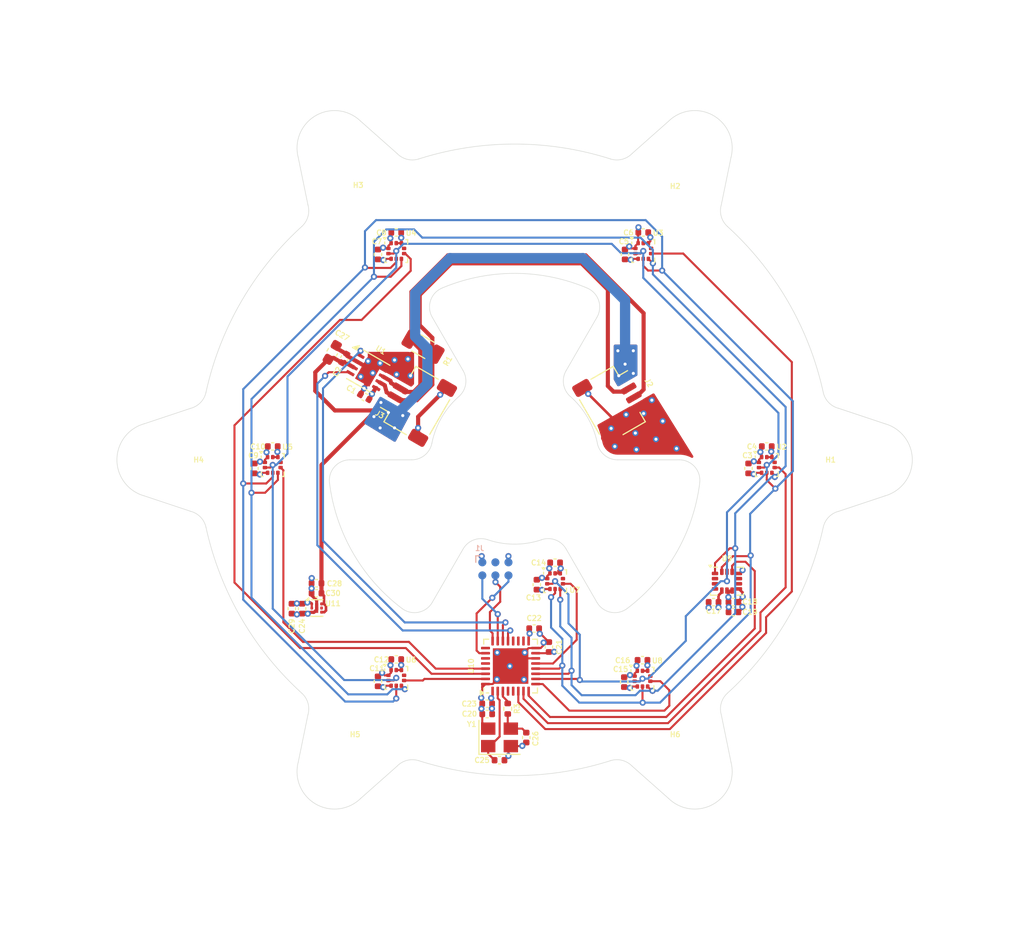
<source format=kicad_pcb>
(kicad_pcb (version 20240108) (generator "pcbnew") (generator_version "8.0")
  (layers (0 "F.Cu" signal) (1 "In1.Cu" signal) (2 "In2.Cu" signal) (31 "B.Cu" signal) (34 "B.Paste" user) (35 "F.Paste" user) (36 "B.SilkS" user "B.Silkscreen") (37 "F.SilkS" user "F.Silkscreen") (38 "B.Mask" user) (39 "F.Mask" user) (44 "Edge.Cuts" user))
  (net 0 "")
  (net 1 "+3V3")
  (net 2 "GND")
  (net 3 "+5V")
  (net 5 "/XTALI")
  (net 6 "/XTALR")
  (net 7 "/SWDIO")
  (net 8 "/SWCLK")
  (net 9 "/SWO")
  (net 10 "/CANH")
  (net 11 "/CANL")
  (net 12 "/CS8")
  (net 13 "/XTALO")
  (net 14 "/CNTX")
  (net 15 "/CNRX")
  (net 16 "/MOSI")
  (net 17 "/CS1")
  (net 19 "/MISO")
  (net 20 "/SCK")
  (net 21 "/CS2")
  (net 23 "/CS3")
  (net 26 "/CS4")
  (net 28 "/CS5")
  (net 29 "/CS6")
  (net 37 "/CS7")
  (footprint "Connector_JST:JST_SH_SM04B-SRSS-TB_1x04-1MP_P1.00mm_Horizontal" (layer "F.Cu") (at 121.599995 99.499997 -60)
    (property "Reference" "J2")
    (property "Value" "Conn_01x04_MountingPin")
  )
  (footprint "Package_LGA:LGA-14_3x2.5mm_P0.5mm_LayoutBorder3x4y" (layer "F.Cu") (at 132.633008 116.799739)
    (property "Reference" "U9")
    (property "Value" "ICM-42688-P")
  )
  (footprint "Resistor_SMD:R_1206_3216Metric" (layer "F.Cu") (at 103.099995 93.999997 150)
    (property "Reference" "R1")
    (property "Value" "120")
  )
  (footprint "Capacitor_SMD:C_0402_1005Metric" (layer "F.Cu") (at 97.432115 98.898331 150)
    (property "Reference" "C1")
    (property "Value" "100n")
  )
  (footprint "Capacitor_SMD:C_0402_1005Metric" (layer "F.Cu") (at 122.722739 85.036078 -90)
    (property "Reference" "C5")
    (property "Value" "4u7")
  )
  (footprint "Capacitor_SMD:C_0402_1005Metric" (layer "F.Cu") (at 100.499995 124.399997)
    (property "Reference" "C12")
    (property "Value" "100n")
  )
  (footprint "Capacitor_SMD:C_0402_1005Metric" (layer "F.Cu") (at 91.353078 119.46781 -90)
    (property "Reference" "C24")
    (property "Value" "100n")
  )
  (footprint "Crystal:Crystal_SMD_3225-4Pin_3.2x2.5mm" (layer "F.Cu") (at 110.533008 131.981564)
    (property "Reference" "Y1")
    (property "Value" "16MHz")
  )
  (footprint "Package_SON:HVSON-8-1EP_3x3mm_P0.65mm_EP1.6x2.4mm" (layer "F.Cu") (at 97.781758 96.456454 -30)
    (property "Reference" "U1")
    (property "Value" "TJA1044GTK/3")
  )
  (footprint "Capacitor_SMD:C_0402_1005Metric" (layer "F.Cu") (at 88.499995 103.699997)
    (property "Reference" "C10")
    (property "Value" "100n")
  )
  (footprint "MountingHole:MountingHole_3.2mm_M3" (layer "F.Cu") (at 76.999995 104.999997)
    (property "Reference" "H4")
    (property "Value" "MountingHole")
  )
  (footprint "Capacitor_SMD:C_0402_1005Metric" (layer "F.Cu") (at 133.259163 118.829761 180)
    (property "Reference" "C18")
    (property "Value" "100n")
  )
  (footprint "Capacitor_SMD:C_0402_1005Metric" (layer "F.Cu") (at 98.722739 85.036078 -90)
    (property "Reference" "C7")
    (property "Value" "4u7")
  )
  (footprint "Capacitor_SMD:C_0402_1005Metric" (layer "F.Cu") (at 90.353078 119.46781 -90)
    (property "Reference" "C29")
    (property "Value" "2u2")
  )
  (footprint "Capacitor_SMD:C_0402_1005Metric" (layer "F.Cu") (at 122.647739 126.611078 -90)
    (property "Reference" "C15")
    (property "Value" "4u7")
  )
  (footprint "MountingHole:MountingHole_3.2mm_M3" (layer "F.Cu") (at 129.499995 74.499997)
    (property "Reference" "H2")
    (property "Value" "MountingHole")
  )
  (footprint "Capacitor_SMD:C_0402_1005Metric" (layer "F.Cu") (at 98.722739 126.536078 -90)
    (property "Reference" "C11")
    (property "Value" "4u7")
  )
  (footprint "Package_LGA:ST_HLGA-10_2x2mm_P0.5mm_LayoutBorder3x2y" (layer "F.Cu") (at 115.933008 116.799739)
    (property "Reference" "U7")
    (property "Value" "LPS22HH")
  )
  (footprint "Capacitor_SMD:C_0402_1005Metric" (layer "F.Cu") (at 110.533008 134.199739 180)
    (property "Reference" "C25")
    (property "Value" "10p")
  )
  (footprint "Capacitor_SMD:C_0402_1005Metric" (layer "F.Cu") (at 115.933008 114.999739)
    (property "Reference" "C14")
    (property "Value" "100n")
  )
  (footprint "Capacitor_SMD:C_0402_1005Metric" (layer "F.Cu") (at 124.424996 124.474997)
    (property "Reference" "C16")
    (property "Value" "100n")
  )
  (footprint "Package_LGA:ST_HLGA-10_2x2mm_P0.5mm_LayoutBorder3x2y" (layer "F.Cu") (at 88.499995 105.499996)
    (property "Reference" "U5")
    (property "Value" "LPS22HH")
  )
  (footprint "Capacitor_SMD:C_0402_1005Metric" (layer "F.Cu") (at 92.753078 117 180)
    (property "Reference" "C28")
    (property "Value" "4u7")
  )
  (footprint "Connector_JST:JST_SH_SM04B-SRSS-TB_1x04-1MP_P1.00mm_Horizontal" (layer "F.Cu") (at 102.399995 99.499997 60)
    (property "Reference" "J3")
    (property "Value" "Conn_01x04_MountingPin")
  )
  (footprint "Capacitor_SMD:C_0603_1608Metric" (layer "F.Cu") (at 94.281758 94.556454 60)
    (property "Reference" "C27")
    (property "Value" "10u")
  )
  (footprint "Package_DFN_QFN:DFN-6-1EP_1.2x1.2mm_P0.4mm_EP0.3x0.94mm_PullBack" (layer "F.Cu") (at 92.768079 119.40781)
    (property "Reference" "U11")
    (property "Value" "NCP176")
  )
  (footprint "Capacitor_SMD:C_0402_1005Metric" (layer "F.Cu") (at 115.333008 123.199739 90)
    (property "Reference" "C21")
    (property "Value" "100n")
  )
  (footprint "MountingHole:MountingHole_3.2mm_M3" (layer "F.Cu") (at 129.499995 135.499997)
    (property "Reference" "H6")
    (property "Value" "MountingHole")
  )
  (footprint "Capacitor_SMD:C_0402_1005Metric" (layer "F.Cu") (at 109.337224 129.715331 180)
    (property "Reference" "C20")
    (property "Value" "10u")
  )
  (footprint "Capacitor_SMD:C_0402_1005Metric" (layer "F.Cu") (at 124.499996 82.899997)
    (property "Reference" "C6")
    (property "Value" "100n")
  )
  (footprint "Capacitor_SMD:C_0402_1005Metric" (layer "F.Cu") (at 133.266021 119.799481 180)
    (property "Reference" "C19")
    (property "Value" "2u2")
  )
  (footprint "Capacitor_SMD:C_0402_1005Metric" (layer "F.Cu") (at 114.15575 117.13582 -90)
    (property "Reference" "C13")
    (property "Value" "4u7")
  )
  (footprint "Capacitor_SMD:C_0402_1005Metric" (layer "F.Cu") (at 113.133008 131.999739 90)
    (property "Reference" "C26")
    (property "Value" "10p")
  )
  (footprint "Capacitor_SMD:C_0402_1005Metric" (layer "F.Cu") (at 86.722738 105.836078 -90)
    (property "Reference" "C9")
    (property "Value" "4u7")
  )
  (footprint "Capacitor_SMD:C_0402_1005Metric" (layer "F.Cu") (at 131.331798 118.837667 180)
    (property "Reference" "C17")
    (property "Value" "100n")
  )
  (footprint "Package_LGA:ST_HLGA-10_2x2mm_P0.5mm_LayoutBorder3x2y" (layer "F.Cu") (at 136.499996 105.499997)
    (property "Reference" "U2")
    (property "Value" "LPS22HH")
  )
  (footprint "MountingHole:MountingHole_3.2mm_M3" (layer "F.Cu") (at 94.499995 135.499997)
    (property "Reference" "H5")
    (property "Value" "MountingHole")
  )
  (footprint "Capacitor_SMD:C_0402_1005Metric" (layer "F.Cu") (at 136.499996 103.699997)
    (property "Reference" "C4")
    (property "Value" "100n")
  )
  (footprint "Package_DFN_QFN:QFN-32-1EP_5x5mm_P0.5mm_EP3.45x3.45mm" (layer "F.Cu") (at 111.609995 125.049998 90)
    (property "Reference" "U10")
    (property "Value" "STM32G431KBUx")
  )
  (footprint "MountingHole:MountingHole_3.2mm_M3" (layer "F.Cu") (at 146.999995 104.999997)
    (property "Reference" "H1")
    (property "Value" "MountingHole")
  )
  (footprint "Package_LGA:ST_HLGA-10_2x2mm_P0.5mm_LayoutBorder3x2y" (layer "F.Cu") (at 124.424996 126.274997)
    (property "Reference" "U8")
    (property "Value" "LPS22HH")
  )
  (footprint "Capacitor_SMD:C_0402_1005Metric" (layer "F.Cu") (at 100.499995 82.899997)
    (property "Reference" "C8")
    (property "Value" "100n")
  )
  (footprint "Capacitor_SMD:C_0402_1005Metric" (layer "F.Cu") (at 109.333008 128.70853 180)
    (property "Reference" "C23")
    (property "Value" "100n")
  )
  (footprint "Package_LGA:ST_HLGA-10_2x2mm_P0.5mm_LayoutBorder3x2y" (layer "F.Cu") (at 100.499995 84.699997)
    (property "Reference" "U4")
    (property "Value" "LPS22HH")
  )
  (footprint "Resistor_SMD:R_0402_1005Metric" (layer "F.Cu") (at 111.333008 129.199739 90)
    (property "Reference" "R3")
    (property "Value" "510")
  )
  (footprint "MountingHole:MountingHole_3.2mm_M3" (layer "F.Cu") (at 94.499996 74.499997)
    (property "Reference" "H3")
    (property "Value" "MountingHole")
  )
  (footprint "Capacitor_SMD:C_0402_1005Metric" (layer "F.Cu") (at 134.722738 105.836078 -90)
    (property "Reference" "C3")
    (property "Value" "4u7")
  )
  (footprint "Capacitor_SMD:C_0402_1005Metric" (layer "F.Cu") (at 92.753078 117.96781 180)
    (property "Reference" "C30")
    (property "Value" "100n")
  )
  (footprint "Capacitor_SMD:C_0402_1005Metric" (layer "F.Cu") (at 113.899996 121.399739)
    (property "Reference" "C22")
    (property "Value" "100n")
  )
  (footprint "Package_LGA:ST_HLGA-10_2x2mm_P0.5mm_LayoutBorder3x2y" (layer "F.Cu") (at 124.499996 84.699997)
    (property "Reference" "U3")
    (property "Value" "LPS22HH")
  )
  (footprint "Capacitor_SMD:C_0402_1005Metric" (layer "F.Cu") (at 95.456624 95.145231 -120)
    (property "Reference" "C2")
    (property "Value" "100n")
  )
  (footprint "Package_LGA:ST_HLGA-10_2x2mm_P0.5mm_LayoutBorder3x2y" (layer "F.Cu") (at 100.499995 126.199997)
    (property "Reference" "U6")
    (property "Value" "LPS22HH")
  )
  (footprint "Connector:Tag-Connect_TC2030-IDC-NL_2x03_P1.27mm_Vertical" (layer "B.Cu") (at 110.133008 115.6)
    (property "Reference" "J1")
    (property "Value" "Conn_ARM_SWD_TagConnect_TC2030-NL")
  )
  (gr_arc (start 119.045388 88.30088) (mid 120.163899 89.506913) (end 119.999996 91.143591) (stroke (width 0.05)) (layer "Edge.Cuts"))
  (gr_arc (start 102.687613 75.751566) (mid 101.558154 75.786168) (end 100.580123 75.22019) (stroke (width 0.05)) (layer "Edge.Cuts"))
  (gr_arc (start 103.961157 103.392229) (mid 103.267973 104.54668) (end 101.999995 104.999997) (stroke (width 0.05)) (layer "Edge.Cuts"))
  (gr_line (start 106.999995 96.339743) (end 103.999995 91.143591) (stroke (width 0.05)) (layer "Edge.Cuts"))
  (gr_line (start 97.031079 137.926914) (end 100.580119 134.779806) (stroke (width 0.05)) (layer "Edge.Cuts"))
  (gr_arc (start 114.627048 112.76572) (mid 115.973422 112.788811) (end 116.999995 113.660251) (stroke (width 0.05)) (layer "Edge.Cuts"))
  (gr_arc (start 143.500004 99.999994) (mid 142.520837 99.435983) (end 141.986074 98.440542) (stroke (width 0.05)) (layer "Edge.Cuts"))
  (gr_arc (start 126.968911 72.07308) (mid 131.320024 71.53673) (end 133.031082 75.573081) (stroke (width 0.05)) (layer "Edge.Cuts"))
  (gr_line (start 97.031082 72.073083) (end 100.580122 75.220191) (stroke (width 0.05)) (layer "Edge.Cuts"))
  (gr_arc (start 133.031084 134.426917) (mid 131.32002 138.463266) (end 126.968908 137.926911) (stroke (width 0.05)) (layer "Edge.Cuts"))
  (gr_arc (start 101.060834 119.451045) (mid 96.303705 114.062255) (end 94.015439 107.248066) (stroke (width 0.05)) (layer "Edge.Cuts"))
  (gr_arc (start 148 101.5) (mid 150.640048 104.999999) (end 147.999996 108.499995) (stroke (width 0.05)) (layer "Edge.Cuts"))
  (gr_arc (start 121.312378 134.248431) (mid 111.999994 135.695133) (end 102.68761 134.248431) (stroke (width 0.05)) (layer "Edge.Cuts"))
  (gr_line (start 106.999995 113.660251) (end 103.999995 118.856403) (stroke (width 0.05)) (layer "Edge.Cuts"))
  (gr_arc (start 97.031079 137.926914) (mid 92.679966 138.463264) (end 90.968908 134.426913) (stroke (width 0.05)) (layer "Edge.Cuts"))
  (gr_line (start 133.031082 75.573081) (end 132.080127 80.220194) (stroke (width 0.05)) (layer "Edge.Cuts"))
  (gr_line (start 126.968911 72.07308) (end 123.419871 75.220188) (stroke (width 0.05)) (layer "Edge.Cuts"))
  (gr_line (start 75.999995 101.499999) (end 80.49999 99.999994) (stroke (width 0.05)) (layer "Edge.Cuts"))
  (gr_line (start 90.968906 75.573077) (end 91.919862 80.22019) (stroke (width 0.05)) (layer "Edge.Cuts"))
  (gr_arc (start 82.01392 98.440541) (mid 81.479157 99.435982) (end 80.49999 99.999993) (stroke (width 0.05)) (layer "Edge.Cuts"))
  (gr_line (start 90.968908 134.426913) (end 91.919863 129.7798) (stroke (width 0.05)) (layer "Edge.Cuts"))
  (gr_arc (start 117.411782 98.842042) (mid 116.758589 97.664502) (end 116.999995 96.339743) (stroke (width 0.05)) (layer "Edge.Cuts"))
  (gr_line (start 121.999995 104.999997) (end 127.999995 104.999997) (stroke (width 0.05)) (layer "Edge.Cuts"))
  (gr_arc (start 103.999995 118.856403) (mid 102.664542 119.816686) (end 101.060832 119.451045) (stroke (width 0.05)) (layer "Edge.Cuts"))
  (gr_arc (start 122.939158 119.451045) (mid 121.335449 119.816686) (end 119.999996 118.856403) (stroke (width 0.05)) (layer "Edge.Cuts"))
  (gr_arc (start 106.999995 96.339743) (mid 107.241401 97.664502) (end 106.588208 98.842042) (stroke (width 0.05)) (layer "Edge.Cuts"))
  (gr_arc (start 91.326302 127.688972) (mid 91.920998 128.649811) (end 91.919862 129.7798) (stroke (width 0.05)) (layer "Edge.Cuts"))
  (gr_arc (start 121.312377 134.248428) (mid 122.441836 134.213826) (end 123.419867 134.779804) (stroke (width 0.05)) (layer "Edge.Cuts"))
  (gr_arc (start 91.919861 80.22019) (mid 91.921 81.35018) (end 91.326301 82.311018) (stroke (width 0.05)) (layer "Edge.Cuts"))
  (gr_arc (start 100.58012 134.779807) (mid 101.558151 134.213825) (end 102.68761 134.248431) (stroke (width 0.05)) (layer "Edge.Cuts"))
  (gr_arc (start 75.99999 108.499994) (mid 73.359942 104.999994) (end 75.999995 101.499999) (stroke (width 0.05)) (layer "Edge.Cuts"))
  (gr_line (start 126.968908 137.926911) (end 123.419868 134.779803) (stroke (width 0.05)) (layer "Edge.Cuts"))
  (gr_line (start 133.031084 134.426917) (end 132.080128 129.779804) (stroke (width 0.05)) (layer "Edge.Cuts"))
  (gr_arc (start 103.999995 91.143591) (mid 103.836092 89.506913) (end 104.954602 88.30088) (stroke (width 0.05)) (layer "Edge.Cuts"))
  (gr_arc (start 132.673688 82.311022) (mid 132.078992 81.350183) (end 132.080128 80.220194) (stroke (width 0.05)) (layer "Edge.Cuts"))
  (gr_arc (start 90.968906 75.573077) (mid 92.67997 71.536728) (end 97.031082 72.073083) (stroke (width 0.05)) (layer "Edge.Cuts"))
  (gr_line (start 147.999996 108.499995) (end 143.5 110) (stroke (width 0.05)) (layer "Edge.Cuts"))
  (gr_arc (start 127.999995 104.999997) (mid 129.499351 105.676392) (end 129.984551 107.248066) (stroke (width 0.05)) (layer "Edge.Cuts"))
  (gr_line (start 116.999995 113.660251) (end 119.999996 118.856403) (stroke (width 0.05)) (layer "Edge.Cuts"))
  (gr_arc (start 141.986073 111.559454) (mid 138.582762 120.347566) (end 132.673689 127.688976) (stroke (width 0.05)) (layer "Edge.Cuts"))
  (gr_arc (start 114.627048 112.76572) (mid 111.999998 113.198037) (end 109.372947 112.765721) (stroke (width 0.05)) (layer "Edge.Cuts"))
  (gr_line (start 148 101.5) (end 143.500004 99.999995) (stroke (width 0.05)) (layer "Edge.Cuts"))
  (gr_arc (start 106.999995 113.660251) (mid 108.026567 112.788808) (end 109.372943 112.76572) (stroke (width 0.05)) (layer "Edge.Cuts"))
  (gr_arc (start 129.984552 107.248065) (mid 127.696287 114.062255) (end 122.939158 119.451045) (stroke (width 0.05)) (layer "Edge.Cuts"))
  (gr_arc (start 91.3263 127.688974) (mid 85.417227 120.347564) (end 82.013916 111.559452) (stroke (width 0.05)) (layer "Edge.Cuts"))
  (gr_arc (start 132.67369 82.31102) (mid 138.582763 89.65243) (end 141.986074 98.440542) (stroke (width 0.05)) (layer "Edge.Cuts"))
  (gr_arc (start 82.013917 98.44054) (mid 85.417228 89.652428) (end 91.326301 82.311018) (stroke (width 0.05)) (layer "Edge.Cuts"))
  (gr_arc (start 141.98607 111.559453) (mid 142.520833 110.564012) (end 143.5 110.000001) (stroke (width 0.05)) (layer "Edge.Cuts"))
  (gr_line (start 75.99999 108.499994) (end 80.499986 109.999999) (stroke (width 0.05)) (layer "Edge.Cuts"))
  (gr_line (start 116.999995 96.339743) (end 119.999996 91.143591) (stroke (width 0.05)) (layer "Edge.Cuts"))
  (gr_line (start 101.999995 104.999997) (end 95.999995 104.999997) (stroke (width 0.05)) (layer "Edge.Cuts"))
  (gr_arc (start 104.954601 88.300881) (mid 111.999994 86.875482) (end 119.045388 88.30088) (stroke (width 0.05)) (layer "Edge.Cuts"))
  (gr_arc (start 94.015439 107.248066) (mid 94.500639 105.676393) (end 95.999995 104.999997) (stroke (width 0.05)) (layer "Edge.Cuts"))
  (gr_arc (start 132.080129 129.779804) (mid 132.07899 128.649814) (end 132.673689 127.688976) (stroke (width 0.05)) (layer "Edge.Cuts"))
  (gr_arc (start 121.999995 104.999997) (mid 120.732017 104.546681) (end 120.038834 103.392229) (stroke (width 0.05)) (layer "Edge.Cuts"))
  (gr_arc (start 80.499986 110) (mid 81.479156 110.564009) (end 82.013916 111.559452) (stroke (width 0.05)) (layer "Edge.Cuts"))
  (gr_arc (start 102.687612 75.751563) (mid 111.999996 74.304861) (end 121.31238 75.751563) (stroke (width 0.05)) (layer "Edge.Cuts"))
  (gr_arc (start 117.411782 98.842042) (mid 119.099704 100.900976) (end 120.038834 103.392226) (stroke (width 0.05)) (layer "Edge.Cuts"))
  (gr_arc (start 123.41987 75.220187) (mid 122.441839 75.786169) (end 121.31238 75.751563) (stroke (width 0.05)) (layer "Edge.Cuts"))
  (gr_arc (start 103.961157 103.392229) (mid 104.900285 100.900979) (end 106.588206 98.842045) (stroke (width 0.05)) (layer "Edge.Cuts"))
  (segment (start 133.746021 119.799481) (end 134.133008 119.412494) (width 0.254) (layer "F.Cu") (net 1))
  (segment (start 115.433007 116.037239) (end 115.433007 115.019739) (width 0.2) (layer "F.Cu") (net 1))
  (segment (start 109.817224 128.712746) (end 109.813008 128.70853) (width 0.2) (layer "F.Cu") (net 1))
  (segment (start 115.170507 116.299739) (end 115.433007 116.037239) (width 0.2) (layer "F.Cu") (net 1))
  (segment (start 109.859995 128.030303) (end 109.723501 128.166797) (width 0.2) (layer "F.Cu") (net 1))
  (segment (start 134.133008 119.412494) (end 134.133008 119.223606) (width 0.254) (layer "F.Cu") (net 1))
  (segment (start 123.924995 125.512497) (end 123.924995 124.494997) (width 0.2) (layer "F.Cu") (net 1))
  (segment (start 123.924995 124.494997) (end 123.944996 124.474997) (width 0.2) (layer "F.Cu") (net 1))
  (segment (start 115.212749 123.799998) (end 115.333008 123.679739) (width 0.2) (layer "F.Cu") (net 1))
  (segment (start 98.722738 84.556078) (end 98.828819 84.449997) (width 0.2) (layer "F.Cu") (net 1))
  (segment (start 113.359995 122.612498) (end 113.359995 121.45974) (width 0.2) (layer "F.Cu") (net 1))
  (segment (start 134.15678 117.911011) (end 133.795508 117.549739) (width 0.254) (layer "F.Cu") (net 1))
  (segment (start 98.479151 98.044811) (end 98.549995 98.025829) (width 0.4) (layer "F.Cu") (net 1))
  (segment (start 113.359995 121.45974) (end 113.419996 121.399739) (width 0.2) (layer "F.Cu") (net 1))
  (segment (start 114.047495 123.799998) (end 115.212749 123.799998) (width 0.2) (layer "F.Cu") (net 1))
  (segment (start 99.999995 125.687497) (end 99.999995 125.437497) (width 0.2) (layer "F.Cu") (net 1))
  (segment (start 132.133008 117.857451) (end 132.133008 117.712239) (width 0.254) (layer "F.Cu") (net 1))
  (segment (start 135.737495 105.249997) (end 135.737495 104.999997) (width 0.2) (layer "F.Cu") (net 1))
  (segment (start 109.817224 129.715331) (end 109.817224 128.712746) (width 0.2) (layer "F.Cu") (net 1))
  (segment (start 123.737495 84.199996) (end 123.999995 83.937497) (width 0.2) (layer "F.Cu") (net 1))
  (segment (start 114.15575 116.65582) (end 114.4782 116.65582) (width 0.2) (layer "F.Cu") (net 1))
  (segment (start 115.826825 123.679739) (end 115.839883 123.666681) (width 0.2) (layer "F.Cu") (net 1))
  (segment (start 86.828819 105.249997) (end 87.737495 105.249997) (width 0.2) (layer "F.Cu") (net 1))
  (segment (start 131.811798 118.837667) (end 131.811798 118.178661) (width 0.254) (layer "F.Cu") (net 1))
  (segment (start 131.811798 119.333485) (end 131.809012 119.336271) (width 0.254) (layer "F.Cu") (net 1))
  (segment (start 133.739163 118.742652) (end 134.15678 118.325035) (width 0.254) (layer "F.Cu") (net 1))
  (segment (start 131.811798 118.178661) (end 132.133008 117.857451) (width 0.254) (layer "F.Cu") (net 1))
  (segment (start 123.737495 84.449997) (end 123.737495 84.199996) (width 0.2) (layer "F.Cu") (net 1))
  (segment (start 115.433007 115.019739) (end 115.453007 114.999739) (width 0.2) (layer "F.Cu") (net 1))
  (segment (start 91.744286 118.98781) (end 91.353078 118.98781) (width 0.254) (layer "F.Cu") (net 1))
  (segment (start 86.722739 105.356078) (end 86.828819 105.249997) (width 0.2) (layer "F.Cu") (net 1))
  (segment (start 122.722739 84.556078) (end 122.828819 84.449997) (width 0.2) (layer "F.Cu") (net 1))
  (segment (start 87.737495 104.999997) (end 87.999996 104.737497) (width 0.2) (layer "F.Cu") (net 1))
  (segment (start 135.999996 103.719997) (end 136.019995 103.699997) (width 0.2) (layer "F.Cu") (net 1))
  (segment (start 109.859995 127.487498) (end 109.859995 128.030303) (width 0.2) (layer "F.Cu") (net 1))
  (segment (start 99.999995 83.937497) (end 99.999995 82.919997) (width 0.2) (layer "F.Cu") (net 1))
  (segment (start 92.293079 119.40781) (end 92.293079 119.00781) (width 0.2) (layer "F.Cu") (net 1))
  (segment (start 115.170507 116.549739) (end 115.170507 116.299739) (width 0.2) (layer "F.Cu") (net 1))
  (segment (start 123.662496 126.024997) (end 123.662496 125.774998) (width 0.2) (layer "F.Cu") (net 1))
  (segment (start 99.373759 125.949997) (end 99.127573 125.703811) (width 0.2) (layer "F.Cu") (net 1))
  (segment (start 134.133008 119.223606) (end 133.739163 118.829761) (width 0.254) (layer "F.Cu") (net 1))
  (segment (start 91.353078 118.98781) (end 90.353078 118.98781) (width 0.254) (layer "F.Cu") (net 1))
  (segment (start 122.828819 84.449997) (end 123.737495 84.449997) (width 0.2) (layer "F.Cu") (net 1))
  (segment (start 98.722739 126.056078) (end 98.82882 125.949997) (width 0.2) (layer "F.Cu") (net 1))
  (segment (start 109.813008 128.70853) (end 109.813008 128.256304) (width 0.2) (layer "F.Cu") (net 1))
  (segment (start 87.999996 103.719997) (end 88.019995 103.699997) (width 0.2) (layer "F.Cu") (net 1))
  (segment (start 92.156267 118.870998) (end 92.293079 119.00781) (width 0.254) (layer "F.Cu") (net 1))
  (segment (start 133.739163 118.829761) (end 134.15678 118.412144) (width 0.254) (layer "F.Cu") (net 1))
  (segment (start 131.811798 118.837667) (end 131.811798 119.333485) (width 0.254) (layer "F.Cu") (net 1))
  (segment (start 124.019996 82.899997) (end 124.019996 82.412751) (width 0.2) (layer "F.Cu") (net 1))
  (segment (start 98.775306 126.056078) (end 99.127573 125.703811) (width 0.2) (layer "F.Cu") (net 1))
  (segment (start 99.737495 125.949997) (end 99.999995 125.687497) (width 0.2) (layer "F.Cu") (net 1))
  (segment (start 87.737495 105.249997) (end 87.737495 104.999997) (width 0.2) (layer "F.Cu") (net 1))
  (segment (start 91.861098 118.870998) (end 91.744286 118.98781) (width 0.254) (layer "F.Cu") (net 1))
  (segment (start 134.15678 118.412144) (end 134.15678 117.911011) (width 0.254) (layer "F.Cu") (net 1))
  (segment (start 109.813008 128.256304) (end 109.723501 128.166797) (width 0.2) (layer "F.Cu") (net 1))
  (segment (start 133.739163 118.829761) (end 133.739163 118.742652) (width 0.254) (layer "F.Cu") (net 1))
  (segment (start 99.737495 84.449997) (end 99.737496 84.199997) (width 0.2) (layer "F.Cu") (net 1))
  (segment (start 99.999995 82.919997) (end 100.019996 82.899997) (width 0.2) (layer "F.Cu") (net 1))
  (segment (start 97.847807 99.138331) (end 98.479151 98.044811) (width 0.4) (layer "F.Cu") (net 1))
  (segment (start 98.828819 84.449997) (end 99.737495 84.449997) (width 0.2) (layer "F.Cu") (net 1))
  (segment (start 114.15575 116.65582) (end 114.261831 116.549739) (width 0.2) (layer "F.Cu") (net 1))
  (segment (start 134.722738 105.356077) (end 134.82882 105.249997) (width 0.2) (layer "F.Cu") (net 1))
  (segment (start 134.82882 105.249997) (end 135.737495 105.249997) (width 0.2) (layer "F.Cu") (net 1))
  (segment (start 114.4782 116.65582) (end 114.660631 116.473389) (width 0.2) (layer "F.Cu") (net 1))
  (segment (start 122.753819 126.024997) (end 123.662496 126.024997) (width 0.2) (layer "F.Cu") (net 1))
  (segment (start 91.861098 118.870998) (end 92.156267 118.870998) (width 0.254) (layer "F.Cu") (net 1))
  (segment (start 135.999995 104.737497) (end 135.999996 103.719997) (width 0.2) (layer "F.Cu") (net 1))
  (segment (start 123.662496 125.774998) (end 123.924995 125.512497) (width 0.2) (layer "F.Cu") (net 1))
  (segment (start 99.737495 125.949997) (end 99.373759 125.949997) (width 0.2) (layer "F.Cu") (net 1))
  (segment (start 115.333008 123.679739) (end 115.826825 123.679739) (width 0.2) (layer "F.Cu") (net 1))
  (segment (start 123.999995 83.937497) (end 123.999995 82.919997) (width 0.2) (layer "F.Cu") (net 1))
  (segment (start 99.999995 125.437497) (end 99.999995 124.419997) (width 0.2) (layer "F.Cu") (net 1))
  (segment (start 135.737495 104.999997) (end 135.999995 104.737497) (width 0.2) (layer "F.Cu") (net 1))
  (segment (start 124.019996 82.412751) (end 124.033008 82.399739) (width 0.2) (layer "F.Cu") (net 1))
  (segment (start 114.261831 116.549739) (end 115.170507 116.549739) (width 0.2) (layer "F.Cu") (net 1))
  (segment (start 123.999995 82.919997) (end 124.019996 82.899997) (width 0.2) (layer "F.Cu") (net 1))
  (segment (start 87.999996 104.737497) (end 87.999996 103.719997) (width 0.2) (layer "F.Cu") (net 1))
  (segment (start 122.647739 126.131078) (end 122.753819 126.024997) (width 0.2) (layer "F.Cu") (net 1))
  (segment (start 99.737496 84.199997) (end 99.999995 83.937497) (width 0.2) (layer "F.Cu") (net 1))
  (segment (start 98.722739 126.056078) (end 98.775306 126.056078) (width 0.2) (layer "F.Cu") (net 1))
  (via (at 99.127573 125.703811) (size 0.6) (drill 0.3) (layers "F.Cu" "B.Cu") (net 1))
  (via (at 123.211758 125.925893) (size 0.6) (drill 0.3) (layers "F.Cu" "B.Cu") (net 1))
  (via (at 109.723501 128.166797) (size 0.6) (drill 0.3) (layers "F.Cu" "B.Cu") (net 1))
  (via (at 99.924261 83.45804) (size 0.6) (drill 0.3) (layers "F.Cu" "B.Cu") (net 1))
  (via (at 99.219709 84.378432) (size 0.6) (drill 0.3) (layers "F.Cu" "B.Cu") (net 1))
  (via (at 108.8 114.365261) (size 0.6) (drill 0.3) (layers "F.Cu" "B.Cu") (net 1))
  (via (at 87.262316 105.177245) (size 0.6) (drill 0.3) (layers "F.Cu" "B.Cu") (net 1))
  (via (at 134.133008 119.299739) (size 0.6) (drill 0.3) (layers "F.Cu" "B.Cu") (net 1))
  (via (at 134.15678 118.325035) (size 0.6) (drill 0.3) (layers "F.Cu" "B.Cu") (net 1))
  (via (at 98.135161 98.597171) (size 0.6) (drill 0.3) (layers "F.Cu" "B.Cu") (net 1))
  (via (at 113.454828 121.883711) (size 0.6) (drill 0.3) (layers "F.Cu" "B.Cu") (net 1))
  (via (at 109.793857 129.178599) (size 0.6) (drill 0.3) (layers "F.Cu" "B.Cu") (net 1))
  (via (at 91.861098 118.870998) (size 0.6) (drill 0.3) (layers "F.Cu" "B.Cu") (net 1))
  (via (at 115.839883 123.666681) (size 0.6) (drill 0.3) (layers "F.Cu" "B.Cu") (net 1))
  (via (at 131.809012 119.336271) (size 0.6) (drill 0.3) (layers "F.Cu" "B.Cu") (net 1))
  (via (at 115.37027 115.550303) (size 0.6) (drill 0.3) (layers "F.Cu" "B.Cu") (net 1))
  (via (at 124.033008 82.399739) (size 0.6) (drill 0.3) (layers "F.Cu" "B.Cu") (net 1))
  (via (at 90.840813 118.962009) (size 0.6) (drill 0.3) (layers "F.Cu" "B.Cu") (net 1))
  (via (at 87.895163 104.268492) (size 0.6) (drill 0.3) (layers "F.Cu" "B.Cu") (net 1))
  (via (at 123.844604 125.01714) (size 0.6) (drill 0.3) (layers "F.Cu" "B.Cu") (net 1))
  (via (at 99.938478 124.961513) (size 0.6) (drill 0.3) (layers "F.Cu" "B.Cu") (net 1))
  (via (at 114.660631 116.473389) (size 0.6) (drill 0.3) (layers "F.Cu" "B.Cu") (net 1))
  (via (at 135.876462 104.238257) (size 0.6) (drill 0.3) (layers "F.Cu" "B.Cu") (net 1))
  (via (at 135.243615 105.14701) (size 0.6) (drill 0.3) (layers "F.Cu" "B.Cu") (net 1))
  (via (at 123.136516 84.256557) (size 0.6) (drill 0.3) (layers "F.Cu" "B.Cu") (net 1))
  (segment (start 108.863008 114.428269) (end 108.8 114.365261) (width 0.4) (layer "B.Cu") (net 1))
  (segment (start 108.863008 114.965) (end 108.863008 114.428269) (width 0.4) (layer "B.Cu") (net 1))
  (segment (start 98.77632 85.462497) (end 98.722739 85.516078) (width 0.2) (layer "F.Cu") (net 2))
  (segment (start 112.359995 124.299998) (end 111.609995 125.049998) (width 0.2) (layer "F.Cu") (net 2))
  (segment (start 86.776319 106.262497) (end 86.722738 106.316078) (width 0.2) (layer "F.Cu") (net 2))
  (segment (start 104.768209 98.66821) (end 104.768209 98.668209) (width 0.4) (layer "F.Cu") (net 2))
  (segment (start 91.489078 119.81181) (end 92.293079 119.81181) (width 0.254) (layer "F.Cu") (net 2))
  (segment (start 114.379996 121.766727) (end 115.333008 122.719739) (width 0.2) (layer "F.Cu") (net 2))
  (segment (start 99.795923 96.264484) (end 101.417944 97.200959) (width 0.4) (layer "F.Cu") (net 2))
  (segment (start 100.999995 82.919997) (end 100.979995 82.899996) (width 0.2) (layer "F.Cu") (net 2))
  (segment (start 119.148159 98.584588) (end 121.376197 100.812626) (width 0.254) (layer "F.Cu") (net 2))
  (segment (start 108.848922 126.799998) (end 109.172495 126.799998) (width 0.2) (layer "F.Cu") (net 2))
  (segment (start 136.999995 103.719997) (end 136.979995 103.699997) (width 0.2) (layer "F.Cu") (net 2))
  (segment (start 108.853008 129.119463) (end 108.853008 128.70853) (width 0.2) (layer "F.Cu") (net 2))
  (segment (start 132.779163 117.858394) (end 132.633008 117.712239) (width 0.254) (layer "F.Cu") (net 2))
  (segment (start 92.273078 117.96781) (end 92.273078 118.165115) (width 0.3) (layer "F.Cu") (net 2))
  (segment (start 121.376197 100.812626) (end 121.376197 102.862368) (width 0.254) (layer "F.Cu") (net 2))
  (segment (start 100.999995 125.437497) (end 100.999996 124.419997) (width 0.2) (layer "F.Cu") (net 2))
  (segment (start 111.39762 133.066952) (end 111.633008 132.831564) (width 0.2) (layer "F.Cu") (net 2))
  (segment (start 99.367693 126.962497) (end 99.226174 127.104016) (width 0.2) (layer "F.Cu") (net 2))
  (segment (start 135.999995 106.262497) (end 134.776319 106.262497) (width 0.2) (layer "F.Cu") (net 2))
  (segment (start 92.497937 119.83481) (end 92.293079 119.83481) (width 0.3) (layer "F.Cu") (net 2))
  (segment (start 133.133008 117.712239) (end 132.633008 117.712239) (width 0.2) (layer "F.Cu") (net 2))
  (segment (start 109.433008 131.131564) (end 108.857224 130.55578) (width 0.2) (layer "F.Cu") (net 2))
  (segment (start 92.768079 118.660116) (end 92.768079 119.40781) (width 0.3) (layer "F.Cu") (net 2))
  (segment (start 98.776319 126.962497) (end 98.722738 127.016078) (width 0.2) (layer "F.Cu") (net 2))
  (segment (start 104.768209 98.668209) (end 105.423794 98.012626) (width 0.4) (layer "F.Cu") (net 2))
  (segment (start 92.768079 119.40781) (end 92.768079 119.564668) (width 0.3) (layer "F.Cu") (net 2))
  (segment (start 130.851798 119.350994) (end 130.844345 119.358447) (width 0.254) (layer "F.Cu") (net 2))
  (segment (start 134.776319 106.262497) (end 134.722738 106.316078) (width 0.2) (layer "F.Cu") (net 2))
  (segment (start 86.722738 106.316078) (end 87.140056 106.316078) (width 0.2) (layer "F.Cu") (net 2))
  (segment (start 99.524995 96.337079) (end 99.795923 96.264484) (width 0.4) (layer "F.Cu") (net 2))
  (segment (start 92.285497 116.500688) (end 92.273078 116.513107) (width 0.4) (layer "F.Cu") (net 2))
  (segment (start 95.696624 94.729539) (end 94.748855 94.182344) (width 0.4) (layer "F.Cu") (net 2))
  (segment (start 116.24102 115.791137) (end 116.47631 115.555847) (width 0.2) (layer "F.Cu") (net 2))
  (segment (start 95.74347 94.90437) (end 95.696624 94.729539) (width 0.4) (layer "F.Cu") (net 2))
  (segment (start 92.273078 118.165115) (end 92.768079 118.660116) (width 0.3) (layer "F.Cu") (net 2))
  (segment (start 116.433007 116.037239) (end 116.433007 115.019739) (width 0.2) (layer "F.Cu") (net 2))
  (segment (start 125.184318 83.753175) (end 125.184318 83.104319) (width 0.2) (layer "F.Cu") (net 2))
  (segment (start 132.779163 118.829761) (end 132.779163 117.858394) (width 0.254) (layer "F.Cu") (net 2))
  (segment (start 116.24102 116.037239) (end 116.24102 115.791137) (width 0.2) (layer "F.Cu") (net 2))
  (segment (start 99.524995 96.337079) (end 98.57272 95.787283) (width 0.4) (layer "F.Cu") (net 2))
  (segment (start 88.999995 104.737497) (end 88.999995 103.719997) (width 0.2) (layer "F.Cu") (net 2))
  (segment (start 124.499995 83.937497) (end 124.999996 83.937497) (width 0.2) (layer "F.Cu") (net 2))
  (segment (start 92.273078 116.513107) (end 92.273078 117.96781) (width 0.4) (layer "F.Cu") (net 2))
  (segment (start 87.999996 106.262497) (end 87.404603 106.262497) (width 0.2) (layer "F.Cu") (net 2))
  (segment (start 108.853008 128.70853) (end 108.853008 127.099739) (width 0.2) (layer "F.Cu") (net 2))
  (segment (start 136.999995 104.737497) (end 136.999995 103.719997) (width 0.2) (layer "F.Cu") (net 2))
  (segment (start 115.113008 122.719739) (end 115.333008 122.719739) (width 0.2) (layer "F.Cu") (net 2))
  (segment (start 87.140056 106.316078) (end 87.24554 106.421561) (width 0.2) (layer "F.Cu") (net 2))
  (segment (start 109.172495 126.799998) (end 109.859995 126.799998) (width 0.2) (layer "F.Cu") (net 2))
  (segment (start 102.623793 101.899997) (end 102.623794 100.812626) (width 0.4) (layer "F.Cu") (net 2))
  (segment (start 111.013008 134.199739) (end 111.39762 133.815127) (width 0.2) (layer "F.Cu") (net 2))
  (segment (start 133.822754 116.049739) (end 134.146905 115.725588) (width 0.2) (layer "F.Cu") (net 2))
  (segment (start 124.999996 83.937497) (end 125.184318 83.753175) (width 0.2) (layer "F.Cu") (net 2))
  (segment (start 136.499996 104.737497) (end 136.999995 104.737497) (width 0.2) (layer "F.Cu") (net 2))
  (segment (start 99.999995 126.962497) (end 99.367693 126.962497) (width 0.2) (layer "F.Cu") (net 2))
  (segment (start 108.853008 127.099739) (end 108.872754 127.099739) (width 0.2) (layer "F.Cu") (net 2))
  (segment (start 88.499995 104.737497) (end 88.999995 104.737497) (width 0.2) (layer "F.Cu") (net 2))
  (segment (start 114.047495 123.299998) (end 113.359995 123.299998) (width 0.2) (layer "F.Cu") (net 2))
  (segment (start 102.623794 102.862368) (end 102.623793 101.899997) (width 0.4) (layer "F.Cu") (net 2))
  (segment (start 98.810676 127.104015) (end 98.722738 127.016078) (width 0.2) (layer "F.Cu") (net 2))
  (segment (start 87.404603 106.262497) (end 87.24554 106.421561) (width 0.2) (layer "F.Cu") (net 2))
  (segment (start 94.748855 94.182344) (end 94.669258 93.885284) (width 0.4) (layer "F.Cu") (net 2))
  (segment (start 122.701319 127.037497) (end 122.647738 127.091078) (width 0.2) (layer "F.Cu") (net 2))
  (segment (start 132.925318 117.712239) (end 132.779163 117.858394) (width 0.2) (layer "F.Cu") (net 2))
  (segment (start 133.795508 116.049739) (end 133.822754 116.049739) (width 0.2) (layer "F.Cu") (net 2))
  (segment (start 96.688521 95.449996) (end 95.74347 94.90437) (width 0.4) (layer "F.Cu") (net 2))
  (segment (start 112.781183 132.831564) (end 113.133008 132.479739) (width 0.2) (layer "F.Cu") (net 2))
  (segment (start 90.353078 119.94781) (end 91.353078 119.94781) (width 0.254) (layer "F.Cu") (net 2))
  (segment (start 132.779163 118.829761) (end 132.779163 119.792623) (width 0.254) (layer "F.Cu") (net 2))
  (segment (start 118.576197 98.012626) (end 119.148159 98.584588) (width 0.254) (layer "F.Cu") (net 2))
  (segment (start 113.359995 123.299998) (end 111.609995 125.049998) (width 0.2) (layer "F.Cu") (net 2))
  (segment (start 96.688521 95.449996) (end 97.6628 96.012496) (width 0.4) (layer "F.Cu") (net 2))
  (segment (start 116.433007 115.019739) (end 116.413008 114.999739) (width 0.2) (layer "F.Cu") (net 2))
  (segment (start 114.047495 124.299998) (end 112.359995 124.299998) (width 0.2) (layer "F.Cu") (net 2))
  (segment (start 98.57272 95.787283) (end 98.295259 95.861629) (width 0.4) (layer "F.Cu") (net 2))
  (segment (start 123.924995 127.037497) (end 122.701319 127.037497) (width 0.2) (layer "F.Cu") (net 2))
  (segment (start 122.77632 85.462497) (end 122.722739 85.516078) (width 0.2) (layer "F.Cu") (net 2))
  (segment (start 108.857224 130.55578) (end 108.857224 129.715331) (width 0.2) (layer "F.Cu") (net 2))
  (segment (start 115.933007 116.03724) (end 116.24102 116.037239) (width 0.2) (layer "F.Cu") (net 2))
  (segment (start 108.872754 127.099739) (end 109.172495 126.799998) (width 0.2) (layer "F.Cu") (net 2))
  (segment (start 124.924996 124.494997) (end 124.904996 124.474996) (width 0.2) (layer "F.Cu") (net 2))
  (segment (start 109.859995 126.799998) (end 111.609995 125.049998) (width 0.2) (layer "F.Cu") (net 2))
  (segment (start 115.433008 117.562239) (end 114.209331 117.562238) (width 0.2) (layer "F.Cu") (net 2))
  (segment (start 100.999995 83.937497) (end 100.999995 82.919997) (width 0.2) (layer "F.Cu") (net 2))
  (segment (start 133.133008 117.712239) (end 132.925318 117.712239) (width 0.2) (layer "F.Cu") (net 2))
  (segment (start 125.184318 83.104319) (end 124.979996 82.899997) (width 0.2) (layer "F.Cu") (net 2))
  (segment (start 114.209331 117.562238) (end 114.15575 117.615819) (width 0.2) (layer "F.Cu") (net 2))
  (segment (start 111.633008 132.831564) (end 112.781183 132.831564) (width 0.2) (layer "F.Cu") (net 2))
  (segment (start 111.39762 133.815127) (end 111.39762 133.066952) (width 0.2) (layer "F.Cu") (net 2))
  (segment (start 124.924996 125.512497) (end 124.924996 124.494997) (width 0.2) (layer "F.Cu") (net 2))
  (segment (start 99.226174 127.104016) (end 98.810676 127.104015) (width 0.2) (layer "F.Cu") (net 2))
  (segment (start 114.379996 121.399739) (end 114.379996 121.766727) (width 0.2) (layer "F.Cu") (net 2))
  (segment (start 104.768208 98.668211) (end 104.768209 98.66821) (width 0.4) (layer "F.Cu") (net 2))
  (segment (start 99.999995 85.462496) (end 98.77632 85.462497) (width 0.2) (layer "F.Cu") (net 2))
  (segment (start 102.623794 100.812626) (end 104.768208 98.668211) (width 0.4) (layer "F.Cu") (net 2))
  (segment (start 124.424995 125.512497) (end 124.924996 125.512497) (width 0.2) (layer "F.Cu") (net 2))
  (segment (start 97.016423 98.658331) (end 97.942128 97.054963) (width 0.4) (layer "F.Cu") (net 2))
  (segment (start 132.779163 117.858394) (end 132.986853 117.858394) (width 0.2) (layer "F.Cu") (net 2))
  (segment (start 132.986853 117.858394) (end 133.133008 117.712239) (width 0.2) (layer "F.Cu") (net 2))
  (segment (start 132.779163 119.792623) (end 132.786021 119.799481) (width 0.254) (layer "F.Cu") (net 2))
  (segment (start 123.999995 85.462496) (end 122.77632 85.462497) (width 0.2) (layer "F.Cu") (net 2))
  (segment (start 108.853008 127.099739) (end 108.853008 126.799998) (width 0.2) (layer "F.Cu") (net 2))
  (segment (start 114.047495 123.299998) (end 114.532749 123.299998) (width 0.2) (layer "F.Cu") (net 2))
  (segment (start 108.774769 129.197702) (end 108.853008 129.119463) (width 0.2) (layer "F.Cu") (net 2))
  (segment (start 116.24102 116.037239) (end 116.433007 116.037239) (width 0.2) (layer "F.Cu") (net 2))
  (segment (start 130.851798 118.837667) (end 130.851798 119.350994) (width 0.254) (layer "F.Cu") (net 2))
  (segment (start 88.999995 103.719997) (end 88.979996 103.699997) (width 0.2) (layer "F.Cu") (net 2))
  (segment (start 92.768079 119.564668) (end 92.497937 119.83481) (width 0.3) (layer "F.Cu") (net 2))
  (segment (start 114.532749 123.299998) (end 115.113008 122.719739) (width 0.2) (layer "F.Cu") (net 2))
  (segment (start 108.853008 126.799998) (end 109.172495 126.799998) (width 0.2) (layer "F.Cu") (net 2))
  (segment (start 97.6628 96.012496) (end 97.781758 96.456454) (width 0.4) (layer "F.Cu") (net 2))
  (segment (start 97.942128 97.054963) (end 97.781758 96.456454) (width 0.4) (layer "F.Cu") (net 2))
  (segment (start 100.499995 83.937497) (end 100.999995 83.937497) (width 0.2) (layer "F.Cu") (net 2))
  (segment (start 100.499995 125.437497) (end 100.999995 125.437497) (width 0.2) (layer "F.Cu") (net 2))
  (segment (start 91.353078 119.94781) (end 91.489078 119.81181) (width 0.254) (layer "F.Cu") (net 2))
  (via (at 121.376197 101.944834) (size 0.6) (drill 0.3) (layers "F.Cu" "B.Cu") (net 2))
  (via (at 124.902782 124.973653) (size 0.6) (drill 0.3) (layers "F.Cu" "B.Cu") (net 2))
  (via (at 121.733008 103.699739) (size 0.6) (drill 0.3) (layers "F.Cu" "B.Cu") (net 2))
  (via (at 123.833008 103.999739) (size 0.6) (drill 0.3) (layers "F.Cu" "B.Cu") (net 2))
  (via (at 92.273078 117.5) (size 0.6) (drill 0.3) (layers "F.Cu" "B.Cu") (net 2))
  (via (at 124.533008 100.499739) (size 0.6) (drill 0.3) (layers "F.Cu" "B.Cu") (net 2))
  (via (at 119.148159 98.584588) (size 0.6) (drill 0.3) (layers "F.Cu" "B.Cu") (net 2))
  (via (at 104.768209 98.66821) (size 0.6) (drill 0.3) (layers "F.Cu" "B.Cu") (net 2))
  (via (at 114.446106 121.906996) (size 0.6) (drill 0.3) (layers "F.Cu" "B.Cu") (net 2))
  (via (at 125.333008 99.199739) (size 0.6) (drill 0.3) (layers "F.Cu" "B.Cu") (net 2))
  (via (at 111.39762 133.782732) (size 0.6) (drill 0.3) (layers "F.Cu" "B.Cu") (net 2))
  (via (at 99.244875 85.583601) (size 0.6) (drill 0.3) (layers "F.Cu" "B.Cu") (net 2))
  (via (at 123.733008 102.399739) (size 0.6) (drill 0.3) (layers "F.Cu" "B.Cu") (net 2))
  (via (at 87.24554 106.421561) (size 0.6) (drill 0.3) (layers "F.Cu" "B.Cu") (net 2))
  (via (at 90.845603 120.025405) (size 0.6) (drill 0.3) (layers "F.Cu" "B.Cu") (net 2))
  (via (at 111.53624 125.054887) (size 0.6) (drill 0.3) (layers "F.Cu" "B.Cu") (net 2))
  (via (at 134.146905 115.725588) (size 0.6) (drill 0.3) (layers "F.Cu" "B.Cu") (net 2))
  (via (at 112.908882 126.358552) (size 0.6) (drill 0.3) (layers "F.Cu" "B.Cu") (net 2))
  (via (at 97.76219 95.410392) (size 0.6) (drill 0.3) (layers "F.Cu" "B.Cu") (net 2))
  (via (at 132.80417 119.311323) (size 0.6) (drill 0.3) (layers "F.Cu" "B.Cu") (net 2))
  (via (at 100.333008 95.299739) (size 0.6) (drill 0.3) (layers "F.Cu" "B.Cu") (net 2))
  (via (at 97.379777 98.054238) (size 0.6) (drill 0.3) (layers "F.Cu" "B.Cu") (net 2))
  (via (at 130.844345 119.358447) (size 0.6) (drill 0.3) (layers "F.Cu" "B.Cu") (net 2))
  (via (at 91.899418 119.958344) (size 0.6) (drill 0.3) (layers "F.Cu" "B.Cu") (net 2))
  (via (at 110.30845 123.737427) (size 0.6) (drill 0.3) (layers "F.Cu" "B.Cu") (net 2))
  (via (at 88.953341 104.225005) (size 0.6) (drill 0.3) (layers "F.Cu" "B.Cu") (net 2))
  (via (at 108.756093 128.14065) (size 0.6) (drill 0.3) (layers "F.Cu" "B.Cu") (net 2))
  (via (at 122.833008 100.599739) (size 0.6) (drill 0.3) (layers "F.Cu" "B.Cu") (net 2))
  (via (at 127.733008 103.899739) (size 0.6) (drill 0.3) (layers "F.Cu" "B.Cu") (net 2))
  (via (at 123.279191 85.551702) (size 0.6) (drill 0.3) (layers "F.Cu" "B.Cu") (net 2))
  (via (at 101.633008 95.199739) (size 0.6) (drill 0.3) (layers "F.Cu" "B.Cu") (net 2))
  (via (at 123.194981 127.170209) (size 0.6) (drill 0.3) (layers "F.Cu" "B.Cu") (net 2))
  (via (at 125.733008 102.999739) (size 0.6) (drill 0.3) (layers "F.Cu" "B.Cu") (net 2))
  (via (at 98.220142 96.557633) (size 0.6) (drill 0.3) (layers "F.Cu" "B.Cu") (net 2))
  (via (at 111.4 114.365261) (size 0.6) (drill 0.3) (layers "F.Cu" "B.Cu") (net 2))
  (via (at 114.821994 122.768543) (size 0.6) (drill 0.3) (layers "F.Cu" "B.Cu") (net 2))
  (via (at 100.533008 96.699739) (size 0.6) (drill 0.3) (layers "F.Cu" "B.Cu") (net 2))
  (via (at 92.285497 116.500688) (size 0.6) (drill 0.3) (layers "F.Cu" "B.Cu") (net 2))
  (via (at 112.746761 132.805612) (size 0.6) (drill 0.3) (layers "F.Cu" "B.Cu") (net 2))
  (via (at 98.933008 95.599739) (size 0.6) (drill 0.3) (layers "F.Cu" "B.Cu") (net 2))
  (via (at 110.280859 126.337859) (size 0.6) (drill 0.3) (layers "F.Cu" "B.Cu") (net 2))
  (via (at 136.934639 104.19477) (size 0.6) (drill 0.3) (layers "F.Cu" "B.Cu") (net 2))
  (via (at 132.771034 118.347446) (size 0.6) (drill 0.3) (layers "F.Cu" "B.Cu") (net 2))
  (via (at 135.226839 106.391326) (size 0.6) (drill 0.3) (layers "F.Cu" "B.Cu") (net 2))
  (via (at 116.47631 115.555847) (size 0.6) (drill 0.3) (layers "F.Cu" "B.Cu") (net 2))
  (via (at 114.660631 117.654274) (size 0.6) (drill 0.3) (layers "F.Cu" "B.Cu") (net 2))
  (via (at 97.044575 96.911719) (size 0.6) (drill 0.3) (layers "F.Cu" "B.Cu") (net 2))
  (via (at 112.984757 123.737427) (size 0.6) (drill 0.3) (layers "F.Cu" "B.Cu") (net 2))
  (via (at 101.884139 96.823484) (size 0.6) (drill 0.3) (layers "F.Cu" "B.Cu") (net 2))
  (via (at 125.184318 83.366971) (size 0.6) (drill 0.3) (layers "F.Cu" "B.Cu") (net 2))
  (via (at 100.97867 124.950328) (size 0.6) (drill 0.3) (layers "F.Cu" "B.Cu") (net 2))
  (via (at 126.390558 101.237496) (size 0.6) (drill 0.3) (layers "F.Cu" "B.Cu") (net 2))
  (via (at 100.982439 83.414553) (size 0.6) (drill 0.3) (layers "F.Cu" "B.Cu") (net 2))
  (via (at 102.623793 101.899997) (size 0.6) (drill 0.3) (layers "F.Cu" "B.Cu") (net 2))
  (via (at 99.226174 127.104016) (size 0.6) (drill 0.3) (layers "F.Cu" "B.Cu") (net 2))
  (via (at 108.774769 129.197702) (size 0.6) (drill 0.3) (layers "F.Cu" "B.Cu") (net 2))
  (segment (start 111.403008 114.965) (end 111.403008 114.368269) (width 0.4) (layer "B.Cu") (net 2))
  (segment (start 111.403008 114.368269) (end 111.4 114.365261) (width 0.4) (layer "B.Cu") (net 2))
  (segment (start 98.933712 99.799035) (end 99.917944 99.799035) (width 0.4) (layer "F.Cu") (net 3))
  (segment (start 95.216624 95.560924) (end 94.403153 95.091266) (width 0.4) (layer "F.Cu") (net 3))
  (segment (start 93.233078 117.96781) (end 93.233078 117) (width 0.4) (layer "F.Cu") (net 3))
  (segment (start 92.633008 96.488874) (end 92.633008 98.299739) (width 0.4) (layer "F.Cu") (net 3))
  (segment (start 94.533008 100.199739) (end 98.533008 100.199739) (width 0.4) (layer "F.Cu") (net 3))
  (segment (start 93.513078 119.80781) (end 93.672054 119.648834) (width 0.254) (layer "F.Cu") (net 3))
  (segment (start 93.672054 119.648834) (end 93.672054 119.200968) (width 0.254) (layer "F.Cu") (net 3))
  (segment (start 95.465263 95.494301) (end 96.363521 96.012911) (width 0.4) (layer "F.Cu") (net 3))
  (segment (start 93.672054 119.200968) (end 93.478896 119.00781) (width 0.254) (layer "F.Cu") (net 3))
  (segment (start 93.233008 105.499739) (end 98.933712 99.799035) (width 0.4) (layer "F.Cu") (net 3))
  (segment (start 93.243079 119.80781) (end 93.513078 119.80781) (width 0.254) (layer "F.Cu") (net 3))
  (segment (start 93.233078 117) (end 93.233008 116.99993) (width 0.4) (layer "F.Cu") (net 3))
  (segment (start 98.533008 100.199739) (end 98.933712 99.799035) (width 0.4) (layer "F.Cu") (net 3))
  (segment (start 93.233008 116.99993) (end 93.233008 105.499739) (width 0.4) (layer "F.Cu") (net 3))
  (segment (start 92.633008 98.299739) (end 94.533008 100.199739) (width 0.4) (layer "F.Cu") (net 3))
  (segment (start 95.216624 95.560924) (end 95.465263 95.494301) (width 0.4) (layer "F.Cu") (net 3))
  (segment (start 94.403153 95.091266) (end 93.894258 95.227624) (width 0.4) (layer "F.Cu") (net 3))
  (segment (start 93.478896 119.00781) (end 93.243079 119.00781) (width 0.254) (layer "F.Cu") (net 3))
  (segment (start 93.478896 119.00781) (end 93.478896 118.213628) (width 0.254) (layer "F.Cu") (net 3))
  (segment (start 93.894258 95.227624) (end 92.633008 96.488874) (width 0.4) (layer "F.Cu") (net 3))
  (segment (start 93.478896 118.213628) (end 93.233078 117.96781) (width 0.254) (layer "F.Cu") (net 3))
  (via (at 101.133008 100.699739) (size 0.6) (drill 0.3) (layers "F.Cu" "B.Cu") (net 3))
  (via (at 99.733008 100.399739) (size 0.6) (drill 0.3) (layers "F.Cu" "B.Cu") (net 3))
  (via (at 122.033008 94.399739) (size 0.6) (drill 0.3) (layers "F.Cu" "B.Cu") (net 3))
  (via (at 123.533008 96.599739) (size 0.6) (drill 0.3) (layers "F.Cu" "B.Cu") (net 3))
  (via (at 100.333008 101.899739) (size 0.6) (drill 0.3) (layers "F.Cu" "B.Cu") (net 3))
  (via (at 99.010124 99.426079) (size 0.6) (drill 0.3) (layers "F.Cu" "B.Cu") (net 3))
  (via (at 98.933008 101.899739) (size 0.6) (drill 0.3) (layers "F.Cu" "B.Cu") (net 3))
  (via (at 122.11585 96.823485) (size 0.6) (drill 0.3) (layers "F.Cu" "B.Cu") (net 3))
  (via (at 122.733008 95.699739) (size 0.6) (drill 0.3) (layers "F.Cu" "B.Cu") (net 3))
  (via (at 123.533008 94.399739) (size 0.6) (drill 0.3) (layers "F.Cu" "B.Cu") (net 3))
  (via (at 98.333008 100.799739) (size 0.6) (drill 0.3) (layers "F.Cu" "B.Cu") (net 3))
  (segment (start 122.733008 95.699739) (end 122.733008 89.499739) (width 1) (layer "B.Cu") (net 3))
  (segment (start 122.733008 89.499739) (end 118.633008 85.399739) (width 1) (layer "B.Cu") (net 3))
  (segment (start 103.533008 94.199739) (end 103.533008 97.599739) (width 1) (layer "B.Cu") (net 3))
  (segment (start 118.633008 85.399739) (end 105.733008 85.399739) (width 1) (layer "B.Cu") (net 3))
  (segment (start 103.533008 97.599739) (end 99.733008 101.399739) (width 1) (layer "B.Cu") (net 3))
  (segment (start 105.733008 85.399739) (end 102.333008 88.799739) (width 1) (layer "B.Cu") (net 3))
  (segment (start 102.333008 92.999739) (end 103.533008 94.199739) (width 1) (layer "B.Cu") (net 3))
  (segment (start 102.333008 88.799739) (end 102.333008 92.999739) (width 1) (layer "B.Cu") (net 3))
  (segment (start 110.545575 128.366751) (end 110.359995 128.181171) (width 0.2) (layer "F.Cu") (net 5))
  (segment (start 110.545575 131.897663) (end 110.545575 128.366751) (width 0.2) (layer "F.Cu") (net 5))
  (segment (start 109.433008 133.579739) (end 109.433008 132.831564) (width 0.2) (layer "F.Cu") (net 5))
  (segment (start 110.359995 128.181171) (end 110.359995 127.487498) (width 0.2) (layer "F.Cu") (net 5))
  (segment (start 109.611674 132.831564) (end 110.545575 131.897663) (width 0.2) (layer "F.Cu") (net 5))
  (segment (start 110.053008 134.199739) (end 109.433008 133.579739) (width 0.2) (layer "F.Cu") (net 5))
  (segment (start 109.433008 132.831564) (end 109.611674 132.831564) (width 0.2) (layer "F.Cu") (net 5))
  (segment (start 111.333008 129.709739) (end 111.333008 130.831564) (width 0.2) (layer "F.Cu") (net 6))
  (segment (start 112.744833 131.131564) (end 111.633008 131.131564) (width 0.2) (layer "F.Cu") (net 6))
  (segment (start 111.333008 130.831564) (end 111.633008 131.131564) (width 0.2) (layer "F.Cu") (net 6))
  (segment (start 113.133008 131.519739) (end 112.744833 131.131564) (width 0.2) (layer "F.Cu") (net 6))
  (segment (start 110.359995 122.612498) (end 110.359995 120) (width 0.2) (layer "F.Cu") (net 7))
  (via (at 110.359995 120) (size 0.6) (drill 0.3) (layers "F.Cu" "B.Cu") (net 7))
  (segment (start 108.863008 118.503013) (end 108.863008 116.235) (width 0.2) (layer "B.Cu") (net 7))
  (segment (start 110.359995 120) (end 108.863008 118.503013) (width 0.2) (layer "B.Cu") (net 7))
  (segment (start 110.6 118.8) (end 109.6 119.8) (width 0.2) (layer "F.Cu") (net 8))
  (segment (start 109.6 119.8) (end 109.6 121.6) (width 0.2) (layer "F.Cu") (net 8))
  (segment (start 109.6 121.6) (end 109.859995 121.859995) (width 0.2) (layer "F.Cu") (net 8))
  (segment (start 109.859995 121.859995) (end 109.859995 122.612498) (width 0.2) (layer "F.Cu") (net 8))
  (segment (start 110.14248 116.881191) (end 110.6 117.338711) (width 0.2) (layer "F.Cu") (net 8))
  (segment (start 110.6 117.338711) (end 110.6 118.8) (width 0.2) (layer "F.Cu") (net 8))
  (via (at 110.14248 116.881191) (size 0.6) (drill 0.3) (layers "F.Cu" "B.Cu") (net 8))
  (segment (start 110.133008 116.871719) (end 110.133008 116.235) (width 0.2) (layer "B.Cu") (net 8))
  (segment (start 110.14248 116.881191) (end 110.133008 116.871719) (width 0.2) (layer "B.Cu") (net 8))
  (segment (start 108.569759 123.799998) (end 109.172495 123.799998) (width 0.2) (layer "F.Cu") (net 9))
  (segment (start 108.308616 123.538855) (end 108.569759 123.799998) (width 0.2) (layer "F.Cu") (net 9))
  (segment (start 109.832077 118.412852) (end 108.308616 119.936313) (width 0.2) (layer "F.Cu") (net 9))
  (segment (start 108.308616 119.936313) (end 108.308616 123.538855) (width 0.2) (layer "F.Cu") (net 9))
  (via (at 109.832077 118.412852) (size 0.6) (drill 0.3) (layers "F.Cu" "B.Cu") (net 9))
  (segment (start 111.403008 116.841921) (end 111.403008 116.235) (width 0.2) (layer "B.Cu") (net 9))
  (segment (start 109.832077 118.412852) (end 111.403008 116.841921) (width 0.2) (layer "B.Cu") (net 9))
  (segment (start 123.767482 98.93301) (end 123.582046 98.93301) (width 0.4) (layer "F.Cu") (net 10))
  (segment (start 124.533008 90.747182) (end 124.533008 98.167484) (width 0.4) (layer "F.Cu") (net 10))
  (segment (start 99.199995 96.899997) (end 99.942047 97.328421) (width 0.4) (layer "F.Cu") (net 10))
  (segment (start 100.917944 98.066984) (end 101.250957 98.399997) (width 0.4) (layer "F.Cu") (net 10))
  (segment (start 101.250957 98.399997) (end 102.183678 98.399997) (width 0.4) (layer "F.Cu") (net 10))
  (segment (start 124.533008 98.167484) (end 123.767482 98.93301) (width 0.4) (layer "F.Cu") (net 10))
  (segment (start 102.838084 94.273398) (end 101.974622 93.409936) (width 0.4) (layer "F.Cu") (net 10))
  (segment (start 102.838085 97.745591) (end 102.838084 94.273398) (width 0.4) (layer "F.Cu") (net 10))
  (segment (start 99.942047 97.328421) (end 99.997561 97.5356) (width 0.4) (layer "F.Cu") (net 10))
  (segment (start 105.523752 85.120518) (end 118.906344 85.120518) (width 0.4) (layer "F.Cu") (net 10))
  (segment (start 101.974622 93.409936) (end 101.974623 88.669647) (width 0.4) (layer "F.Cu") (net 10))
  (segment (start 99.997561 97.5356) (end 100.917944 98.066984) (width 0.4) (layer "F.Cu") (net 10))
  (segment (start 102.183678 98.399997) (end 102.838085 97.745591) (width 0.4) (layer "F.Cu") (net 10))
  (segment (start 101.974623 88.669647) (end 105.523752 85.120518) (width 0.4) (layer "F.Cu") (net 10))
  (segment (start 118.906344 85.120518) (end 124.533008 90.747182) (width 0.4) (layer "F.Cu") (net 10))
  (segment (start 100.417944 98.933009) (end 100.690835 99.2059) (width 0.4) (layer "F.Cu") (net 11))
  (segment (start 122.779069 98.369961) (end 123.082046 98.066984) (width 0.4) (layer "F.Cu") (net 11))
  (segment (start 118.499995 85.899997) (end 121.060111 88.460113) (width 0.4) (layer "F.Cu") (net 11))
  (segment (start 102.778896 91.912784) (end 102.778896 88.968353) (width 0.4) (layer "F.Cu") (net 11))
  (segment (start 98.874995 97.462912) (end 99.38323 97.756342) (width 0.4) (layer "F.Cu") (net 11))
  (segment (start 121.060111 97.826842) (end 121.60323 98.369961) (width 0.4) (layer "F.Cu") (net 11))
  (segment (start 105.847252 85.899997) (end 118.499995 85.899997) (width 0.4) (layer "F.Cu") (net 11))
  (segment (start 100.396937 98.93301) (end 100.417944 98.933009) (width 0.4) (layer "F.Cu") (net 11))
  (segment (start 102.778896 88.968353) (end 105.847252 85.899997) (width 0.4) (layer "F.Cu") (net 11))
  (segment (start 99.566853 98.441631) (end 100.417944 98.933009) (width 0.4) (layer "F.Cu") (net 11))
  (segment (start 104.0047 97.691154) (end 104.0047 93.138588) (width 0.4) (layer "F.Cu") (net 11))
  (segment (start 99.38323 97.756342) (end 99.566853 98.441631) (width 0.4) (layer "F.Cu") (net 11))
  (segment (start 100.690835 99.2059) (end 102.489954 99.2059) (width 0.4) (layer "F.Cu") (net 11))
  (segment (start 104.0047 93.138588) (end 102.778896 91.912784) (width 0.4) (layer "F.Cu") (net 11))
  (segment (start 121.060111 88.460113) (end 121.060111 97.826842) (width 0.4) (layer "F.Cu") (net 11))
  (segment (start 102.489954 99.2059) (end 104.0047 97.691154) (width 0.4) (layer "F.Cu") (net 11))
  (segment (start 121.60323 98.369961) (end 122.779069 98.369961) (width 0.4) (layer "F.Cu") (net 11))
  (segment (start 126.733008 129.999739) (end 115.433008 129.999739) (width 0.2) (layer "F.Cu") (net 12))
  (segment (start 135.333008 115.812981) (end 135.333008 121.399739) (width 0.2) (layer "F.Cu") (net 12))
  (segment (start 135.333008 121.399739) (end 126.733008 129.999739) (width 0.2) (layer "F.Cu") (net 12))
  (segment (start 134.428423 114.908396) (end 135.333008 115.812981) (width 0.2) (layer "F.Cu") (net 12))
  (segment (start 133.133008 115.887239) (end 133.133008 115.299739) (width 0.2) (layer "F.Cu") (net 12))
  (segment (start 115.433008 129.999739) (end 113.359995 127.926726) (width 0.2) (layer "F.Cu") (net 12))
  (segment (start 133.524351 114.908396) (end 134.428423 114.908396) (width 0.2) (layer "F.Cu") (net 12))
  (segment (start 113.359995 127.926726) (end 113.359995 127.487498) (width 0.2) (layer "F.Cu") (net 12))
  (segment (start 133.133008 115.299739) (end 133.524351 114.908396) (width 0.2) (layer "F.Cu") (net 12))
  (segment (start 111.333008 128.488079) (end 111.333008 128.689739) (width 0.2) (layer "F.Cu") (net 13))
  (segment (start 110.859995 128.015066) (end 111.333008 128.488079) (width 0.2) (layer "F.Cu") (net 13))
  (segment (start 110.859995 127.487498) (end 110.859995 128.015066) (width 0.2) (layer "F.Cu") (net 13))
  (segment (start 110.859995 121.058817) (end 110.859995 122.612498) (width 0.2) (layer "F.Cu") (net 14))
  (segment (start 111.110118 120.808694) (end 110.859995 121.058817) (width 0.2) (layer "F.Cu") (net 14))
  (segment (start 97.013521 94.419226) (end 97.033008 94.399739) (width 0.2) (layer "F.Cu") (net 14))
  (segment (start 97.013521 94.887079) (end 97.013521 94.419226) (width 0.2) (layer "F.Cu") (net 14))
  (via (at 97.033008 94.399739) (size 0.6) (drill 0.3) (layers "F.Cu" "B.Cu") (net 14))
  (via (at 111.110118 120.808694) (size 0.6) (drill 0.3) (layers "F.Cu" "B.Cu") (net 14))
  (segment (start 93.383019 112.869052) (end 93.383019 98.049728) (width 0.2) (layer "B.Cu") (net 14))
  (segment (start 101.322661 120.808694) (end 93.383019 112.869052) (width 0.2) (layer "B.Cu") (net 14))
  (segment (start 93.383019 98.049728) (end 97.033008 94.399739) (width 0.2) (layer "B.Cu") (net 14))
  (segment (start 111.110118 120.808694) (end 101.322661 120.808694) (width 0.2) (layer "B.Cu") (net 14))
  (segment (start 93.585095 96.840078) (end 93.943671 96.481502) (width 0.2) (layer "F.Cu") (net 15))
  (segment (start 93.943671 96.481502) (end 95.944194 96.481502) (width 0.2) (layer "F.Cu") (net 15))
  (segment (start 95.944194 96.481502) (end 96.038521 96.575829) (width 0.2) (layer "F.Cu") (net 15))
  (segment (start 111.359995 121.804511) (end 111.574833 121.589673) (width 0.2) (layer "F.Cu") (net 15))
  (segment (start 111.359995 122.612498) (end 111.359995 121.804511) (width 0.2) (layer "F.Cu") (net 15))
  (via (at 93.585095 96.840078) (size 0.6) (drill 0.3) (layers "F.Cu" "B.Cu") (net 15))
  (via (at 111.574833 121.589673) (size 0.6) (drill 0.3) (layers "F.Cu" "B.Cu") (net 15))
  (segment (start 93.585095 96.840078) (end 92.833008 97.592165) (width 0.2) (layer "B.Cu") (net 15))
  (segment (start 101.122942 121.589673) (end 111.574833 121.589673) (width 0.2) (layer "B.Cu") (net 15))
  (segment (start 92.833008 113.299739) (end 101.122942 121.589673) (width 0.2) (layer "B.Cu") (net 15))
  (segment (start 92.833008 97.592165) (end 92.833008 113.299739) (width 0.2) (layer "B.Cu") (net 15))
  (segment (start 124.499996 86.134758) (end 124.499996 85.462497) (width 0.2) (layer "F.Cu") (net 16))
  (segment (start 97.505615 86.345346) (end 99.939129 86.345346) (width 0.2) (layer "F.Cu") (net 16))
  (segment (start 134.86595 114.366797) (end 133.203288 114.366797) (width 0.2) (layer "F.Cu") (net 16))
  (segment (start 133.203288 114.366797) (end 132.133008 115.437077) (width 0.2) (layer "F.Cu") (net 16))
  (segment (start 137.333008 107.799739) (end 136.499996 106.966727) (width 0.2) (layer "F.Cu") (net 16))
  (segment (start 97.460008 86.299739) (end 97.505615 86.345346) (width 0.2) (layer "F.Cu") (net 16))
  (segment (start 124.964977 86.599739) (end 124.499996 86.134758) (width 0.2) (layer "F.Cu") (net 16))
  (segment (start 132.133008 115.437077) (end 132.133008 115.887239) (width 0.2) (layer "F.Cu") (net 16))
  (segment (start 88.499995 106.667977) (end 88.499995 106.262496) (width 0.2) (layer "F.Cu") (net 16))
  (segment (start 100.499995 128.199739) (end 100.499995 126.962497) (width 0.2) (layer "F.Cu") (net 16))
  (segment (start 136.499996 106.966727) (end 136.499996 106.262497) (width 0.2) (layer "F.Cu") (net 16))
  (segment (start 114.047495 125.299998) (end 116.332749 125.299998) (width 0.2) (layer "F.Cu") (net 16))
  (segment (start 99.939129 86.345346) (end 100.499995 85.78448) (width 0.2) (layer "F.Cu") (net 16))
  (segment (start 85.633008 107.299739) (end 87.868233 107.299739) (width 0.2) (layer "F.Cu") (net 16))
  (segment (start 115.933008 117.962493) (end 115.54102 118.354481) (width 0.2) (layer "F.Cu") (net 16))
  (segment (start 124.424996 128.586574) (end 124.424996 127.037497) (width 0.2) (layer "F.Cu") (net 16))
  (segment (start 126.333008 86.599739) (end 124.964977 86.599739) (width 0.2) (layer "F.Cu") (net 16))
  (segment (start 124.442113 128.603691) (end 124.424996 128.586574) (width 0.2) (layer "F.Cu") (net 16))
  (segment (start 115.933008 117.562239) (end 115.933008 117.962493) (width 0.2) (layer "F.Cu") (net 16))
  (segment (start 134.933008 114.299739) (end 134.86595 114.366797) (width 0.2) (layer "F.Cu") (net 16))
  (segment (start 116.332749 125.299998) (end 116.633008 124.999739) (width 0.2) (layer "F.Cu") (net 16))
  (segment (start 100.499995 85.78448) (end 100.499995 85.462497) (width 0.2) (layer "F.Cu") (net 16))
  (segment (start 87.868233 107.299739) (end 88.499995 106.667977) (width 0.2) (layer "F.Cu") (net 16))
  (via (at 126.333008 86.599739) (size 0.6) (drill 0.3) (layers "F.Cu" "B.Cu") (net 16))
  (via (at 116.633008 124.999739) (size 0.6) (drill 0.3) (layers "F.Cu" "B.Cu") (net 16))
  (via (at 137.333008 107.799739) (size 0.6) (drill 0.3) (layers "F.Cu" "B.Cu") (net 16))
  (via (at 85.633008 107.299739) (size 0.6) (drill 0.3) (layers "F.Cu" "B.Cu") (net 16))
  (via (at 97.460008 86.299739) (size 0.6) (drill 0.3) (layers "F.Cu" "B.Cu") (net 16))
  (via (at 124.442113 128.603691) (size 0.6) (drill 0.3) (layers "F.Cu" "B.Cu") (net 16))
  (via (at 134.933008 114.299739) (size 0.6) (drill 0.3) (layers "F.Cu" "B.Cu") (net 16))
  (via (at 100.499995 128.199739) (size 0.6) (drill 0.3) (layers "F.Cu" "B.Cu") (net 16))
  (via (at 115.54102 118.354481) (size 0.6) (drill 0.3) (layers "F.Cu" "B.Cu") (net 16))
  (segment (start 98.533008 81.699739) (end 124.733008 81.699739) (width 0.2) (layer "B.Cu") (net 16))
  (segment (start 116.633008 122.399739) (end 115.54102 121.307751) (width 0.2) (layer "B.Cu") (net 16))
  (segment (start 134.933008 119.799739) (end 126.129056 128.603691) (width 0.2) (layer "B.Cu") (net 16))
  (segment (start 97.460008 82.772739) (end 98.533008 81.699739) (width 0.2) (layer "B.Cu") (net 16))
  (segment (start 118.284647 128.603691) (end 116.633008 126.952052) (width 0.2) (layer "B.Cu") (net 16))
  (segment (start 134.883008 114.249739) (end 134.883008 110.249739) (width 0.2) (layer "B.Cu") (net 16))
  (segment (start 100.199995 128.499739) (end 100.499995 128.199739) (width 0.2) (layer "B.Cu") (net 16))
  (segment (start 126.129056 128.603691) (end 124.442113 128.603691) (width 0.2) (layer "B.Cu") (net 16))
  (segment (start 134.933008 114.299739) (end 134.883008 114.249739) (width 0.2) (layer "B.Cu") (net 16))
  (segment (start 85.633008 118.599739) (end 95.533008 128.499739) (width 0.2) (layer "B.Cu") (net 16))
  (segment (start 116.633008 124.999739) (end 116.633008 122.399739) (width 0.2) (layer "B.Cu") (net 16))
  (segment (start 139.033008 106.099739) (end 137.333008 107.799739) (width 0.2) (layer "B.Cu") (net 16))
  (segment (start 124.442113 128.603691) (end 118.284647 128.603691) (width 0.2) (layer "B.Cu") (net 16))
  (segment (start 115.54102 121.307751) (end 115.54102 118.354481) (width 0.2) (layer "B.Cu") (net 16))
  (segment (start 134.883008 110.249739) (end 137.333008 107.799739) (width 0.2) (layer "B.Cu") (net 16))
  (segment (start 134.933008 114.299739) (end 134.933008 119.799739) (width 0.2) (layer "B.Cu") (net 16))
  (segment (start 85.633008 98.126739) (end 97.460008 86.299739) (width 0.2) (layer "B.Cu") (net 16))
  (segment (start 126.333008 86.599739) (end 139.033008 99.299739) (width 0.2) (layer "B.Cu") (net 16))
  (segment (start 85.633008 107.299739) (end 85.633008 118.599739) (width 0.2) (layer "B.Cu") (net 16))
  (segment (start 116.633008 126.952052) (end 116.633008 124.999739) (width 0.2) (layer "B.Cu") (net 16))
  (segment (start 85.633008 107.299739) (end 85.633008 98.126739) (width 0.2) (layer "B.Cu") (net 16))
  (segment (start 126.333008 83.299739) (end 126.333008 86.599739) (width 0.2) (layer "B.Cu") (net 16))
  (segment (start 95.533008 128.499739) (end 100.199995 128.499739) (width 0.2) (layer "B.Cu") (net 16))
  (segment (start 97.460008 86.299739) (end 97.460008 82.772739) (width 0.2) (layer "B.Cu") (net 16))
  (segment (start 139.033008 99.299739) (end 139.033008 106.099739) (width 0.2) (layer "B.Cu") (net 16))
  (segment (start 124.733008 81.699739) (end 126.333008 83.299739) (width 0.2) (layer "B.Cu") (net 16))
  (segment (start 138.333008 117.399739) (end 135.884557 119.84819) (width 0.2) (layer "F.Cu") (net 17))
  (segment (start 115.233008 130.599739) (end 112.859995 128.226726) (width 0.2) (layer "F.Cu") (net 17))
  (segment (start 126.900892 130.599739) (end 115.233008 130.599739) (width 0.2) (layer "F.Cu") (net 17))
  (segment (start 112.859995 128.226726) (end 112.859995 127.487498) (width 0.2) (layer "F.Cu") (net 17))
  (segment (start 135.884557 119.84819) (end 135.884557 121.616074) (width 0.2) (layer "F.Cu") (net 17))
  (segment (start 138.333008 106.390356) (end 138.333008 117.399739) (width 0.2) (layer "F.Cu") (net 17))
  (segment (start 135.884557 121.616074) (end 126.900892 130.599739) (width 0.2) (layer "F.Cu") (net 17))
  (segment (start 137.262496 105.749997) (end 137.692649 105.749997) (width 0.2) (layer "F.Cu") (net 17))
  (segment (start 137.692649 105.749997) (end 138.333008 106.390356) (width 0.2) (layer "F.Cu") (net 17))
  (segment (start 88.999995 106.956844) (end 87.7571 108.199739) (width 0.2) (layer "F.Cu") (net 19))
  (segment (start 117.533008 125.499739) (end 117.232749 125.799998) (width 0.2) (layer "F.Cu") (net 19))
  (segment (start 98.333008 87.199739) (end 99.963717 87.199739) (width 0.2) (layer "F.Cu") (net 19))
  (segment (start 137.279697 106.666291) (end 137.279697 106.542198) (width 0.2) (layer "F.Cu") (net 19))
  (segment (start 101.333008 127.299739) (end 100.999995 126.966726) (width 0.2) (layer "F.Cu") (net 19))
  (segment (start 116.433008 118.599739) (end 116.433008 117.562239) (width 0.2) (layer "F.Cu") (net 19))
  (segment (start 125.433008 85.899739) (end 125.433008 85.895509) (width 0.2) (layer "F.Cu") (net 19))
  (segment (start 125.396561 127.454515) (end 125.342014 127.454515) (width 0.2) (layer "F.Cu") (net 19))
  (segment (start 132.905824 113.599739) (end 131.470508 115.035055) (width 0.2) (layer "F.Cu") (net 19))
  (segment (start 133.433008 113.599739) (end 132.905824 113.599739) (width 0.2) (layer "F.Cu") (net 19))
  (segment (start 100.999995 126.966726) (end 100.999995 126.962497) (width 0.2) (layer "F.Cu") (net 19))
  (segment (start 87.7571 108.199739) (end 86.433008 108.199739) (width 0.2) (layer "F.Cu") (net 19))
  (segment (start 137.279697 106.542198) (end 136.999996 106.262497) (width 0.2) (layer "F.Cu") (net 19))
  (segment (start 125.433008 85.895509) (end 124.999996 85.462497) (width 0.2) (layer "F.Cu") (net 19))
  (segment (start 125.342014 127.454515) (end 124.924996 127.037497) (width 0.2) (layer "F.Cu") (net 19))
  (segment (start 99.963717 87.199739) (end 100.999995 86.163461) (width 0.2) (layer "F.Cu") (net 19))
  (segment (start 117.232749 125.799998) (end 114.047495 125.799998) (width 0.2) (layer "F.Cu") (net 19))
  (segment (start 131.470508 115.035055) (end 131.470508 116.049739) (width 0.2) (layer "F.Cu") (net 19))
  (segment (start 88.999995 106.262496) (end 88.999995 106.956844) (width 0.2) (layer "F.Cu") (net 19))
  (segment (start 100.999995 86.163461) (end 100.999995 85.462497) (width 0.2) (layer "F.Cu") (net 19))
  (via (at 133.433008 113.599739) (size 0.6) (drill 0.3) (layers "F.Cu" "B.Cu") (net 19))
  (via (at 101.333008 127.299739) (size 0.6) (drill 0.3) (layers "F.Cu" "B.Cu") (net 19))
  (via (at 98.333008 87.199739) (size 0.6) (drill 0.3) (layers "F.Cu" "B.Cu") (net 19))
  (via (at 116.433008 118.599739) (size 0.6) (drill 0.3) (layers "F.Cu" "B.Cu") (net 19))
  (via (at 125.433008 85.899739) (size 0.6) (drill 0.3) (layers "F.Cu" "B.Cu") (net 19))
  (via (at 86.433008 108.199739) (size 0.6) (drill 0.3) (layers "F.Cu" "B.Cu") (net 19))
  (via (at 137.279697 106.666291) (size 0.6) (drill 0.3) (layers "F.Cu" "B.Cu") (net 19))
  (via (at 125.396561 127.454515) (size 0.6) (drill 0.3) (layers "F.Cu" "B.Cu") (net 19))
  (via (at 117.533008 125.499739) (size 0.6) (drill 0.3) (layers "F.Cu" "B.Cu") (net 19))
  (segment (start 117.533008 122.299739) (end 116.433008 121.199739) (width 0.2) (layer "B.Cu") (net 19))
  (segment (start 125.433008 85.899739) (end 125.433008 86.96549) (width 0.2) (layer "B.Cu") (net 19))
  (segment (start 117.533008 125.499739) (end 117.533008 122.299739) (width 0.2) (layer "B.Cu") (net 19))
  (segment (start 133.433008 113.599739) (end 133.433008 110.199739) (width 0.2) (layer "B.Cu") (net 19))
  (segment (start 86.433008 118.399739) (end 86.433008 108.199739) (width 0.2) (layer "B.Cu") (net 19))
  (segment (start 138.333008 99.86549) (end 138.333008 105.61298) (width 0.2) (layer "B.Cu") (net 19))
  (segment (start 86.433008 108.199739) (end 86.433008 99.099739) (width 0.2) (layer "B.Cu") (net 19))
  (segment (start 95.833008 127.799739) (end 86.433008 118.399739) (width 0.2) (layer "B.Cu") (net 19))
  (segment (start 125.433008 86.96549) (end 138.333008 99.86549) (width 0.2) (layer "B.Cu") (net 19))
  (segment (start 133.433008 110.199739) (end 136.966456 106.666291) (width 0.2) (layer "B.Cu") (net 19))
  (segment (start 98.333008 83.799739) (end 99.533008 82.599739) (width 0.2) (layer "B.Cu") (net 19))
  (segment (start 99.633008 127.799739) (end 95.833008 127.799739) (width 0.2) (layer "B.Cu") (net 19))
  (segment (start 100.133008 127.299739) (end 99.633008 127.799739) (width 0.2) (layer "B.Cu") (net 19))
  (segment (start 118.516653 127.883384) (end 117.533008 126.899739) (width 0.2) (layer "B.Cu") (net 19))
  (segment (start 138.333008 105.61298) (end 137.279697 106.666291) (width 0.2) (layer "B.Cu") (net 19))
  (segment (start 125.900916 127.454515) (end 125.396561 127.454515) (width 0.2) (layer "B.Cu") (net 19))
  (segment (start 125.396561 127.454515) (end 124.178232 127.454515) (width 0.2) (layer "B.Cu") (net 19))
  (segment (start 99.533008 82.599739) (end 102.233008 82.599739) (width 0.2) (layer "B.Cu") (net 19))
  (segment (start 101.333008 127.299739) (end 100.133008 127.299739) (width 0.2) (layer "B.Cu") (net 19))
  (segment (start 123.749363 127.883384) (end 118.516653 127.883384) (width 0.2) (layer "B.Cu") (net 19))
  (segment (start 102.233008 82.599739) (end 103.033008 83.399739) (width 0.2) (layer "B.Cu") (net 19))
  (segment (start 124.178232 127.454515) (end 123.749363 127.883384) (width 0.2) (layer "B.Cu") (net 19))
  (segment (start 98.333008 87.199739) (end 98.333008 83.799739) (width 0.2) (layer "B.Cu") (net 19))
  (segment (start 124.233008 83.399739) (end 125.433008 84.599739) (width 0.2) (layer "B.Cu") (net 19))
  (segment (start 86.433008 99.099739) (end 98.333008 87.199739) (width 0.2) (layer "B.Cu") (net 19))
  (segment (start 125.433008 84.599739) (end 125.433008 85.899739) (width 0.2) (layer "B.Cu") (net 19))
  (segment (start 133.433008 113.599739) (end 133.433008 119.922423) (width 0.2) (layer "B.Cu") (net 19))
  (segment (start 136.966456 106.666291) (end 137.279697 106.666291) (width 0.2) (layer "B.Cu") (net 19))
  (segment (start 133.433008 119.922423) (end 125.900916 127.454515) (width 0.2) (layer "B.Cu") (net 19))
  (segment (start 117.533008 126.899739) (end 117.533008 125.499739) (width 0.2) (layer "B.Cu") (net 19))
  (segment (start 116.433008 121.199739) (end 116.433008 118.599739) (width 0.2) (layer "B.Cu") (net 19))
  (segment (start 103.033008 83.399739) (end 124.233008 83.399739) (width 0.2) (layer "B.Cu") (net 19))
  (segment (start 115.683007 117.049739) (end 115.933008 116.799739) (width 0.2) (layer "F.Cu") (net 20))
  (segment (start 118.233007 126.299998) (end 114.047495 126.299998) (width 0.2) (layer "F.Cu") (net 20))
  (segment (start 124.249995 84.949996) (end 124.499996 84.699997) (width 0.2) (layer "F.Cu") (net 20))
  (segment (start 115.170507 117.049739) (end 115.683007 117.049739) (width 0.2) (layer "F.Cu") (net 20))
  (segment (start 87.737495 105.749997) (end 88.249995 105.749997) (width 0.2) (layer "F.Cu") (net 20))
  (segment (start 100.249995 126.449997) (end 100.499995 126.199997) (width 0.2) (layer "F.Cu") (net 20))
  (segment (start 123.662496 126.524998) (end 124.174996 126.524998) (width 0.2) (layer "F.Cu") (net 20))
  (segment (start 136.249995 105.749997) (end 136.499996 105.499997) (width 0.2) (layer "F.Cu") (net 20))
  (segment (start 88.249995 105.749997) (end 88.499995 105.499996) (width 0.2) (layer "F.Cu") (net 20))
  (segment (start 135.737495 105.749997) (end 136.249995 105.749997) (width 0.2) (layer "F.Cu") (net 20))
  (segment (start 100.249996 84.949997) (end 100.499995 84.699997) (width 0.2) (layer "F.Cu") (net 20))
  (segment (start 99.737495 126.449997) (end 100.249995 126.449997) (width 0.2) (layer "F.Cu") (net 20))
  (segment (start 132.633008 115.887239) (end 132.633008 116.799739) (width 0.2) (layer "F.Cu") (net 20))
  (segment (start 123.737495 84.949996) (end 124.249995 84.949996) (width 0.2) (layer "F.Cu") (net 20))
  (segment (start 99.737496 84.949997) (end 100.249996 84.949997) (width 0.2) (layer "F.Cu") (net 20))
  (segment (start 118.332878 126.399869) (end 118.233007 126.299998) (width 0.2) (layer "F.Cu") (net 20))
  (segment (start 124.174996 126.524998) (end 124.424996 126.274997) (width 0.2) (layer "F.Cu") (net 20))
  (via (at 118.332878 126.399869) (size 0.6) (drill 0.3) (layers "F.Cu" "B.Cu") (net 20))
  (via (at 124.424996 126.274997) (size 0.6) (drill 0.3) (layers "F.Cu" "B.Cu") (net 20))
  (via (at 100.499995 126.199997) (size 0.6) (drill 0.3) (layers "F.Cu" "B.Cu") (net 20))
  (via (at 115.933008 116.799739) (size 0.6) (drill 0.3) (layers "F.Cu" "B.Cu") (net 20))
  (via (at 132.633008 116.799739) (size 0.6) (drill 0.3) (layers "F.Cu" "B.Cu") (net 20))
  (via (at 88.499995 105.499996) (size 0.6) (drill 0.3) (layers "F.Cu" "B.Cu") (net 20))
  (via (at 100.499995 84.699997) (size 0.6) (drill 0.3) (layers "F.Cu" "B.Cu") (net 20))
  (via (at 136.499996 105.499997) (size 0.6) (drill 0.3) (layers "F.Cu" "B.Cu") (net 20))
  (via (at 124.499996 84.699997) (size 0.6) (drill 0.3) (layers "F.Cu" "B.Cu") (net 20))
  (segment (start 118.332878 126.399869) (end 118.484126 126.551117) (width 0.2) (layer "B.Cu") (net 20))
  (segment (start 122.344388 84.911119) (end 121.433008 83.999739) (width 0.2) (layer "B.Cu") (net 20))
  (segment (start 88.499995 119.466726) (end 95.446761 126.413492) (width 0.2) (layer "B.Cu") (net 20))
  (segment (start 124.499996 87.31509) (end 124.499996 84.699997) (width 0.2) (layer "B.Cu") (net 20))
  (segment (start 89.933008 96.899739) (end 89.933008 104.399739) (width 0.2) (layer "B.Cu") (net 20))
  (segment (start 121.433008 83.999739) (end 101.200253 83.999739) (width 0.2) (layer "B.Cu") (net 20))
  (segment (start 136.499996 106.232751) (end 136.499996 105.499997) (width 0.2) (layer "B.Cu") (net 20))
  (segment (start 115.933008 116.799739) (end 117.233008 118.099739) (width 0.2) (layer "B.Cu") (net 20))
  (segment (start 124.424996 126.274997) (end 124.95775 126.274997) (width 0.2) (layer "B.Cu") (net 20))
  (segment (start 118.332878 121.999609) (end 118.332878 126.399869) (width 0.2) (layer "B.Cu") (net 20))
  (segment (start 88.499995 105.499996) (end 88.499995 119.466726) (width 0.2) (layer "B.Cu") (net 20))
  (segment (start 128.633008 122.599739) (end 128.633008 120.199739) (width 0.2) (layer "B.Cu") (net 20))
  (segment (start 128.633008 120.199739) (end 132.033008 116.799739) (width 0.2) (layer "B.Cu") (net 20))
  (segment (start 117.233008 120.899739) (end 118.332878 121.999609) (width 0.2) (layer "B.Cu") (net 20))
  (segment (start 118.484126 126.551117) (end 124.148876 126.551117) (width 0.2) (layer "B.Cu") (net 20))
  (segment (start 100.2865 126.413492) (end 100.499995 126.199997) (width 0.2) (layer "B.Cu") (net 20))
  (segment (start 137.633008 100.448102) (end 124.499996 87.31509) (width 0.2) (layer "B.Cu") (net 20))
  (segment (start 124.288874 84.911119) (end 122.344388 84.911119) (width 0.2) (layer "B.Cu") (net 20))
  (segment (start 124.148876 126.551117) (end 124.424996 126.274997) (width 0.2) (layer "B.Cu") (net 20))
  (segment (start 132.633008 110.099739) (end 136.499996 106.232751) (width 0.2) (layer "B.Cu") (net 20))
  (segment (start 137.633008 104.50533) (end 137.633008 100.448102) (width 0.2) (layer "B.Cu") (net 20))
  (segment (start 101.200253 83.999739) (end 100.499995 84.699997) (width 0.2) (layer "B.Cu") (net 20))
  (segment (start 95.446761 126.413492) (end 100.2865 126.413492) (width 0.2) (layer "B.Cu") (net 20))
  (segment (start 89.933008 104.399739) (end 88.832751 105.499996) (width 0.2) (layer "B.Cu") (net 20))
  (segment (start 136.499996 105.499997) (end 136.638341 105.499997) (width 0.2) (layer "B.Cu") (net 20))
  (segment (start 117.233008 118.099739) (end 117.233008 120.899739) (width 0.2) (layer "B.Cu") (net 20))
  (segment (start 124.95775 126.274997) (end 128.633008 122.599739) (width 0.2) (layer "B.Cu") (net 20))
  (segment (start 124.499996 84.699997) (end 124.288874 84.911119) (width 0.2) (layer "B.Cu") (net 20))
  (segment (start 88.832751 105.499996) (end 88.499995 105.499996) (width 0.2) (layer "B.Cu") (net 20))
  (segment (start 132.033008 116.799739) (end 132.633008 116.799739) (width 0.2) (layer "B.Cu") (net 20))
  (segment (start 132.633008 116.799739) (end 132.633008 110.099739) (width 0.2) (layer "B.Cu") (net 20))
  (segment (start 136.638341 105.499997) (end 137.633008 104.50533) (width 0.2) (layer "B.Cu") (net 20))
  (segment (start 100.499995 84.699997) (end 100.499995 86.332752) (width 0.2) (layer "B.Cu") (net 20))
  (segment (start 100.499995 86.332752) (end 89.933008 96.899739) (width 0.2) (layer "B.Cu") (net 20))
  (segment (start 127.081202 131.177191) (end 114.975175 131.177191) (width 0.2) (layer "F.Cu") (net 21))
  (segment (start 128.383266 84.949997) (end 138.933008 95.499739) (width 0.2) (layer "F.Cu") (net 21))
  (segment (start 125.262496 84.949997) (end 128.383266 84.949997) (width 0.2) (layer "F.Cu") (net 21))
  (segment (start 136.433008 120.299739) (end 136.433008 121.825385) (width 0.2) (layer "F.Cu") (net 21))
  (segment (start 138.933008 95.499739) (end 138.933008 117.799739) (width 0.2) (layer "F.Cu") (net 21))
  (segment (start 114.975175 131.177191) (end 112.359995 128.562011) (width 0.2) (layer "F.Cu") (net 21))
  (segment (start 112.359995 128.562011) (end 112.359995 127.487498) (width 0.2) (layer "F.Cu") (net 21))
  (segment (start 136.433008 121.825385) (end 127.081202 131.177191) (width 0.2) (layer "F.Cu") (net 21))
  (segment (start 138.933008 117.799739) (end 136.433008 120.299739) (width 0.2) (layer "F.Cu") (net 21))
  (segment (start 101.374434 84.949997) (end 101.903801 85.479364) (width 0.2) (layer "F.Cu") (net 23))
  (segment (start 101.903801 86.628946) (end 97.133008 91.399739) (width 0.2) (layer "F.Cu") (net 23))
  (segment (start 103.933267 125.799998) (end 109.172495 125.799998) (width 0.2) (layer "F.Cu") (net 23))
  (segment (start 97.133008 91.399739) (end 95.033007 91.399739) (width 0.2) (layer "F.Cu") (net 23))
  (segment (start 84.781029 116.925043) (end 91.155725 123.299739) (width 0.2) (layer "F.Cu") (net 23))
  (segment (start 84.781029 101.651717) (end 84.781029 116.925043) (width 0.2) (layer "F.Cu") (net 23))
  (segment (start 101.262495 84.949997) (end 101.374434 84.949997) (width 0.2) (layer "F.Cu") (net 23))
  (segment (start 101.433008 123.299739) (end 103.933267 125.799998) (width 0.2) (layer "F.Cu") (net 23))
  (segment (start 101.903801 85.479364) (end 101.903801 86.628946) (width 0.2) (layer "F.Cu") (net 23))
  (segment (start 91.155725 123.299739) (end 101.433008 123.299739) (width 0.2) (layer "F.Cu") (net 23))
  (segment (start 95.033007 91.399739) (end 84.781029 101.651717) (width 0.2) (layer "F.Cu") (net 23))
  (segment (start 89.533008 120.799739) (end 89.533008 106.020509) (width 0.2) (layer "F.Cu") (net 26))
  (segment (start 91.433008 122.699739) (end 89.533008 120.799739) (width 0.2) (layer "F.Cu") (net 26))
  (segment (start 104.333267 125.299998) (end 101.733008 122.699739) (width 0.2) (layer "F.Cu") (net 26))
  (segment (start 109.172495 125.299998) (end 104.333267 125.299998) (width 0.2) (layer "F.Cu") (net 26))
  (segment (start 101.733008 122.699739) (end 91.433008 122.699739) (width 0.2) (layer "F.Cu") (net 26))
  (segment (start 89.533008 106.020509) (end 89.262495 105.749996) (width 0.2) (layer "F.Cu") (net 26))
  (segment (start 101.262495 126.449997) (end 103.08275 126.449997) (width 0.2) (layer "F.Cu") (net 28))
  (segment (start 103.08275 126.449997) (end 103.232749 126.299998) (width 0.2) (layer "F.Cu") (net 28))
  (segment (start 103.232749 126.299998) (end 109.172495 126.299998) (width 0.2) (layer "F.Cu") (net 28))
  (segment (start 127.033008 128.899739) (end 126.54936 129.383387) (width 0.2) (layer "F.Cu") (net 29))
  (segment (start 117.316656 129.383387) (end 114.733267 126.799998) (width 0.2) (layer "F.Cu") (net 29))
  (segment (start 114.733267 126.799998) (end 114.047495 126.799998) (width 0.2) (layer "F.Cu") (net 29))
  (segment (start 126.54936 129.383387) (end 117.316656 129.383387) (width 0.2) (layer "F.Cu") (net 29))
  (segment (start 127.033008 127.399739) (end 127.033008 128.899739) (width 0.2) (layer "F.Cu") (net 29))
  (segment (start 125.187496 126.524997) (end 126.158266 126.524997) (width 0.2) (layer "F.Cu") (net 29))
  (segment (start 126.158266 126.524997) (end 127.033008 127.399739) (width 0.2) (layer "F.Cu") (net 29))
  (segment (start 115.732749 124.799998) (end 118.033008 122.499739) (width 0.2) (layer "F.Cu") (net 37))
  (segment (start 114.047495 124.799998) (end 115.732749 124.799998) (width 0.2) (layer "F.Cu") (net 37))
  (segment (start 118.033008 122.499739) (end 118.033008 117.646469) (width 0.2) (layer "F.Cu") (net 37))
  (segment (start 117.436278 117.049739) (end 116.695508 117.049739) (width 0.2) (layer "F.Cu") (net 37))
  (segment (start 118.033008 117.646469) (end 117.436278 117.049739) (width 0.2) (layer "F.Cu") (net 37))
  (zone (net 2) (net_name "GND") (layer "F.Cu") (priority 4) (connect_pads yes (clearance 0.3)) (min_thickness 0.25) (fill yes (thermal_gap 0.5) (thermal_bridge_width 0.5))
    (polygon (pts (xy 102.233008 97.799739) (xy 102.233008 94.499739) (xy 97.733008 94.499739) (xy 97.733008 95.999739) (xy 98.933008 96.199739) (xy 101.933008 97.899739)))
  )
  (zone (net 2) (net_name "GND") (layer "F.Cu") (priority 3) (connect_pads yes (clearance 0.3)) (min_thickness 0.25) (fill yes (thermal_gap 0.5) (thermal_bridge_width 0.5))
    (polygon (pts (xy 118.433008 102.499739) (xy 125.533008 98.499739) (xy 129.833008 105.399739) (xy 121.433008 108.999739)))
  )
  (zone (net 3) (net_name "+5V") (layers "F&B.Cu") (priority 5) (connect_pads yes (clearance 0.3)) (min_thickness 0.25) (fill yes (thermal_gap 0.5) (thermal_bridge_width 0.5))
    (polygon (pts (xy 121.633008 97.199739) (xy 122.033008 97.899739) (xy 123.933008 96.799739) (xy 123.933008 93.799739) (xy 121.633008 93.799739)))
  )
  (zone (net 3) (net_name "+5V") (layers "F&B.Cu") (priority 2) (connect_pads yes (clearance 0.5)) (min_thickness 0.25) (fill yes (thermal_gap 0.5) (thermal_bridge_width 0.5))
    (polygon (pts (xy 98.932595 98.830691) (xy 101.899995 100.499997) (xy 100.399995 103.299997) (xy 97.332594 101.430691)))
  )
)
</source>
